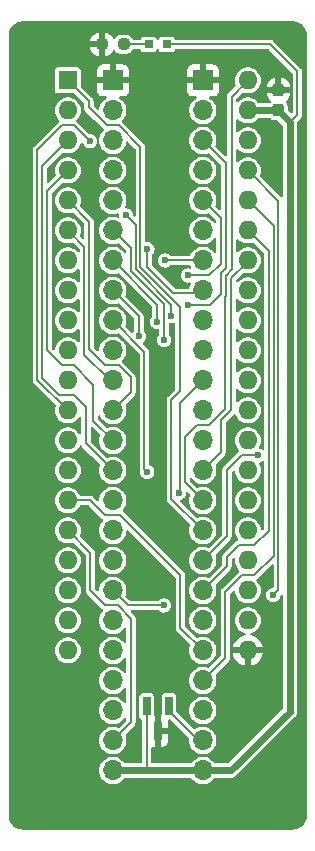
<source format=gbr>
G04 #@! TF.GenerationSoftware,KiCad,Pcbnew,7.0.11+dfsg-1build4*
G04 #@! TF.CreationDate,2024-12-04T19:58:54+09:00*
G04 #@! TF.ProjectId,bionic-scn2650,62696f6e-6963-42d7-9363-6e323635302e,3*
G04 #@! TF.SameCoordinates,Original*
G04 #@! TF.FileFunction,Copper,L1,Top*
G04 #@! TF.FilePolarity,Positive*
%FSLAX46Y46*%
G04 Gerber Fmt 4.6, Leading zero omitted, Abs format (unit mm)*
G04 Created by KiCad (PCBNEW 7.0.11+dfsg-1build4) date 2024-12-04 19:58:54*
%MOMM*%
%LPD*%
G01*
G04 APERTURE LIST*
G04 Aperture macros list*
%AMRoundRect*
0 Rectangle with rounded corners*
0 $1 Rounding radius*
0 $2 $3 $4 $5 $6 $7 $8 $9 X,Y pos of 4 corners*
0 Add a 4 corners polygon primitive as box body*
4,1,4,$2,$3,$4,$5,$6,$7,$8,$9,$2,$3,0*
0 Add four circle primitives for the rounded corners*
1,1,$1+$1,$2,$3*
1,1,$1+$1,$4,$5*
1,1,$1+$1,$6,$7*
1,1,$1+$1,$8,$9*
0 Add four rect primitives between the rounded corners*
20,1,$1+$1,$2,$3,$4,$5,0*
20,1,$1+$1,$4,$5,$6,$7,0*
20,1,$1+$1,$6,$7,$8,$9,0*
20,1,$1+$1,$8,$9,$2,$3,0*%
G04 Aperture macros list end*
G04 #@! TA.AperFunction,SMDPad,CuDef*
%ADD10R,0.762000X0.711200*%
G04 #@! TD*
G04 #@! TA.AperFunction,SMDPad,CuDef*
%ADD11RoundRect,0.237500X0.250000X0.237500X-0.250000X0.237500X-0.250000X-0.237500X0.250000X-0.237500X0*%
G04 #@! TD*
G04 #@! TA.AperFunction,SMDPad,CuDef*
%ADD12R,0.660400X1.625600*%
G04 #@! TD*
G04 #@! TA.AperFunction,ComponentPad*
%ADD13R,1.600000X1.600000*%
G04 #@! TD*
G04 #@! TA.AperFunction,ComponentPad*
%ADD14O,1.600000X1.600000*%
G04 #@! TD*
G04 #@! TA.AperFunction,SMDPad,CuDef*
%ADD15RoundRect,0.237500X0.237500X-0.300000X0.237500X0.300000X-0.237500X0.300000X-0.237500X-0.300000X0*%
G04 #@! TD*
G04 #@! TA.AperFunction,ComponentPad*
%ADD16R,1.700000X1.700000*%
G04 #@! TD*
G04 #@! TA.AperFunction,ComponentPad*
%ADD17O,1.700000X1.700000*%
G04 #@! TD*
G04 #@! TA.AperFunction,ViaPad*
%ADD18C,0.600000*%
G04 #@! TD*
G04 #@! TA.AperFunction,Conductor*
%ADD19C,0.200000*%
G04 #@! TD*
G04 #@! TA.AperFunction,Conductor*
%ADD20C,0.600000*%
G04 #@! TD*
G04 APERTURE END LIST*
D10*
X112925300Y-72032000D03*
X114474700Y-72032000D03*
D11*
X110802500Y-72032000D03*
X108977500Y-72032000D03*
D12*
X114650001Y-128066000D03*
X112749999Y-128066000D03*
X113700000Y-130198000D03*
D13*
X106080000Y-75080000D03*
D14*
X106080000Y-77620000D03*
X106080000Y-80160000D03*
X106080000Y-82700000D03*
X106080000Y-85240000D03*
X106080000Y-87780000D03*
X106080000Y-90320000D03*
X106080000Y-92860000D03*
X106080000Y-95400000D03*
X106080000Y-97940000D03*
X106080000Y-100480000D03*
X106080000Y-103020000D03*
X106080000Y-105560000D03*
X106080000Y-108100000D03*
X106080000Y-110640000D03*
X106080000Y-113180000D03*
X106080000Y-115720000D03*
X106080000Y-118260000D03*
X106080000Y-120800000D03*
X106080000Y-123340000D03*
X121320000Y-123340000D03*
X121320000Y-120800000D03*
X121320000Y-118260000D03*
X121320000Y-115720000D03*
X121320000Y-113180000D03*
X121320000Y-110640000D03*
X121320000Y-108100000D03*
X121320000Y-105560000D03*
X121320000Y-103020000D03*
X121320000Y-100480000D03*
X121320000Y-97940000D03*
X121320000Y-95400000D03*
X121320000Y-92860000D03*
X121320000Y-90320000D03*
X121320000Y-87780000D03*
X121320000Y-85240000D03*
X121320000Y-82700000D03*
X121320000Y-80160000D03*
X121320000Y-77620000D03*
X121320000Y-75080000D03*
D15*
X123910800Y-77618900D03*
X123910800Y-75893900D03*
D16*
X109890000Y-75080000D03*
D17*
X109890000Y-77620000D03*
X109890000Y-80160000D03*
X109890000Y-82700000D03*
X109890000Y-85240000D03*
X109890000Y-87780000D03*
X109890000Y-90320000D03*
X109890000Y-92860000D03*
X109890000Y-95400000D03*
X109890000Y-97940000D03*
X109890000Y-100480000D03*
X109890000Y-103020000D03*
X109890000Y-105560000D03*
X109890000Y-108100000D03*
X109890000Y-110640000D03*
X109890000Y-113180000D03*
X109890000Y-115720000D03*
X109890000Y-118260000D03*
X109890000Y-120800000D03*
X109890000Y-123340000D03*
X109890000Y-125880000D03*
X109890000Y-128420000D03*
X109890000Y-130960000D03*
X109890000Y-133500000D03*
X117510000Y-133500000D03*
X117510000Y-130960000D03*
X117510000Y-128420000D03*
X117510000Y-125880000D03*
X117510000Y-123340000D03*
X117510000Y-120800000D03*
X117510000Y-118260000D03*
X117510000Y-115720000D03*
X117510000Y-113180000D03*
X117510000Y-110640000D03*
X117510000Y-108100000D03*
X117510000Y-105560000D03*
X117510000Y-103020000D03*
X117510000Y-100480000D03*
X117510000Y-97940000D03*
X117510000Y-95400000D03*
X117510000Y-92860000D03*
X117510000Y-90320000D03*
X117510000Y-87780000D03*
X117510000Y-85240000D03*
X117510000Y-82700000D03*
X117510000Y-80160000D03*
X117510000Y-77620000D03*
D16*
X117510000Y-75080000D03*
D18*
X123860000Y-133881000D03*
X122336000Y-94130000D03*
X112811000Y-115339000D03*
X105826000Y-128547000D03*
X120685000Y-89050000D03*
X120050000Y-128420000D03*
X113700000Y-107084000D03*
X107858000Y-83462000D03*
X112811000Y-110640000D03*
X113700000Y-131976000D03*
X113446000Y-98194000D03*
X113700000Y-87780000D03*
X113700000Y-122705000D03*
X113827000Y-103528000D03*
X123987000Y-80033000D03*
X114716000Y-112164000D03*
X112814000Y-89366000D03*
X114208000Y-119530000D03*
X123479000Y-118641000D03*
X111007600Y-86510000D03*
X114843000Y-95019000D03*
X122209000Y-106830000D03*
X114335000Y-90320000D03*
X116240000Y-91590000D03*
X107934200Y-80236200D03*
X116240000Y-94079200D03*
X112811000Y-108227000D03*
X112092265Y-96753735D03*
X113643000Y-95527000D03*
X115478000Y-110005000D03*
X114243000Y-97051000D03*
D19*
X114650001Y-128066000D02*
X114650001Y-128481001D01*
X114650001Y-128481001D02*
X117129000Y-130960000D01*
X117129000Y-130960000D02*
X117510000Y-130960000D01*
X112749999Y-128066000D02*
X112749999Y-133434001D01*
X112749999Y-133434001D02*
X112684000Y-133500000D01*
X124876000Y-78636000D02*
X125511000Y-78001000D01*
X125511000Y-78001000D02*
X125511000Y-74318000D01*
X125511000Y-74318000D02*
X123225000Y-72032000D01*
X123225000Y-72032000D02*
X114462000Y-72032000D01*
D20*
X117510000Y-133500000D02*
X119923000Y-133500000D01*
X119923000Y-133500000D02*
X124876000Y-128547000D01*
X124876000Y-128547000D02*
X124876000Y-78636000D01*
X124876000Y-78636000D02*
X123860000Y-77620000D01*
X123860000Y-77620000D02*
X121320000Y-77620000D01*
D19*
X123898000Y-85278000D02*
X121320000Y-82700000D01*
X123898000Y-118222000D02*
X123898000Y-85278000D01*
X123479000Y-118641000D02*
X123898000Y-118222000D01*
X119415000Y-123975000D02*
X117510000Y-125880000D01*
X119415000Y-118387000D02*
X119415000Y-123975000D01*
X120812000Y-116990000D02*
X119415000Y-118387000D01*
X121828000Y-116990000D02*
X120812000Y-116990000D01*
X123498000Y-115320000D02*
X121828000Y-116990000D01*
X123498000Y-87418000D02*
X123498000Y-115320000D01*
X121320000Y-85240000D02*
X123498000Y-87418000D01*
X117510000Y-123340000D02*
X115605000Y-121435000D01*
X115605000Y-121435000D02*
X115605000Y-116990000D01*
X110525000Y-111910000D02*
X109255000Y-111910000D01*
X115605000Y-116990000D02*
X110525000Y-111910000D01*
X109255000Y-111910000D02*
X107985000Y-110640000D01*
X107985000Y-110640000D02*
X106080000Y-110640000D01*
X112811000Y-108227000D02*
X112557000Y-107973000D01*
X112557000Y-107973000D02*
X112557000Y-98067000D01*
X112557000Y-98067000D02*
X109890000Y-95400000D01*
X106080000Y-75080000D02*
X107858000Y-76858000D01*
X115570000Y-94233629D02*
X115570000Y-101404000D01*
X107858000Y-76858000D02*
X107858000Y-77366000D01*
X109382000Y-78890000D02*
X110398000Y-78890000D01*
X107858000Y-77366000D02*
X109382000Y-78890000D01*
X112303000Y-90955000D02*
X112303000Y-90966628D01*
X110398000Y-78890000D02*
X112214000Y-80706000D01*
X112303000Y-90966628D02*
X115570000Y-94233629D01*
X114843000Y-110513000D02*
X117510000Y-113180000D01*
X112214000Y-80706000D02*
X112214000Y-90866000D01*
X112214000Y-90866000D02*
X112303000Y-90955000D01*
X115570000Y-101404000D02*
X114843000Y-102131000D01*
X114843000Y-102131000D02*
X114843000Y-110513000D01*
X115478000Y-110005000D02*
X115586000Y-109897000D01*
X115586000Y-109897000D02*
X115586000Y-102404000D01*
X115586000Y-102404000D02*
X117510000Y-100480000D01*
X112814000Y-89366000D02*
X112814000Y-90911942D01*
X112814000Y-90911942D02*
X115016058Y-93114000D01*
X115016058Y-93114000D02*
X117256000Y-93114000D01*
X117256000Y-93114000D02*
X117510000Y-92860000D01*
X114335000Y-90320000D02*
X117510000Y-90320000D01*
D20*
X112684000Y-133500000D02*
X117510000Y-133500000D01*
X109890000Y-133500000D02*
X112684000Y-133500000D01*
D19*
X109890000Y-130960000D02*
X111414000Y-129436000D01*
X111414000Y-129436000D02*
X111414000Y-120647600D01*
X111414000Y-120647600D02*
X110296400Y-119530000D01*
X107985000Y-118260000D02*
X107985000Y-115085000D01*
X107985000Y-115085000D02*
X106080000Y-113180000D01*
X110296400Y-119530000D02*
X109255000Y-119530000D01*
X109255000Y-119530000D02*
X107985000Y-118260000D01*
X111160000Y-119530000D02*
X109890000Y-118260000D01*
X114208000Y-119530000D02*
X111160000Y-119530000D01*
X111814000Y-91043314D02*
X111814000Y-87316400D01*
X114843000Y-94072314D02*
X111814000Y-91043314D01*
X114843000Y-95019000D02*
X114843000Y-94072314D01*
X111814000Y-87316400D02*
X111007600Y-86510000D01*
X121853900Y-114450000D02*
X123098000Y-113205900D01*
X119542000Y-115466000D02*
X120558000Y-114450000D01*
X117510000Y-118260000D02*
X119542000Y-116228000D01*
X120558000Y-114450000D02*
X121853900Y-114450000D01*
X119542000Y-116228000D02*
X119542000Y-115466000D01*
X123098000Y-113205900D02*
X123098000Y-89558000D01*
X123098000Y-89558000D02*
X121320000Y-87780000D01*
X119542000Y-108100000D02*
X119542000Y-113688000D01*
X122209000Y-106830000D02*
X120812000Y-106830000D01*
X120812000Y-106830000D02*
X119542000Y-108100000D01*
X119542000Y-113688000D02*
X117510000Y-115720000D01*
X119034000Y-86764000D02*
X117510000Y-85240000D01*
X116240000Y-91590000D02*
X118068800Y-91590000D01*
X118068800Y-91590000D02*
X119034000Y-90624800D01*
X119034000Y-90624800D02*
X119034000Y-86764000D01*
X105572000Y-78890000D02*
X103502000Y-80960000D01*
X103502000Y-80960000D02*
X103502000Y-100442000D01*
X107934200Y-80236200D02*
X106588000Y-78890000D01*
X103502000Y-100442000D02*
X106080000Y-103020000D01*
X106588000Y-78890000D02*
X105572000Y-78890000D01*
X118119600Y-94079200D02*
X116240000Y-94079200D01*
X119034000Y-91386800D02*
X119034000Y-93164800D01*
X117510000Y-80160000D02*
X119434000Y-82084000D01*
X119034000Y-93164800D02*
X118119600Y-94079200D01*
X119434000Y-90986800D02*
X119034000Y-91386800D01*
X119434000Y-82084000D02*
X119434000Y-90986800D01*
X112092265Y-96753735D02*
X112092265Y-95062265D01*
X112092265Y-95062265D02*
X109890000Y-92860000D01*
X113643000Y-95527000D02*
X113643000Y-94073000D01*
X113643000Y-94073000D02*
X109890000Y-90320000D01*
X114243000Y-97051000D02*
X114243000Y-94038000D01*
X111414000Y-89304000D02*
X109890000Y-87780000D01*
X114243000Y-94038000D02*
X111414000Y-91209000D01*
X111414000Y-91209000D02*
X111414000Y-89304000D01*
X115986000Y-109116000D02*
X115986000Y-105306000D01*
X119434000Y-91596400D02*
X119948400Y-91082000D01*
X119948400Y-91082000D02*
X119948400Y-76451600D01*
X119415000Y-102893000D02*
X119415000Y-93349486D01*
X119434000Y-93330485D02*
X119434000Y-91596400D01*
X119948400Y-76451600D02*
X121320000Y-75080000D01*
X115986000Y-105306000D02*
X117002000Y-104290000D01*
X117002000Y-104290000D02*
X118018000Y-104290000D01*
X118018000Y-104290000D02*
X119415000Y-102893000D01*
X119415000Y-93349486D02*
X119434000Y-93330485D01*
X117510000Y-110640000D02*
X115986000Y-109116000D01*
X105375686Y-101750000D02*
X106603818Y-101750000D01*
X106603818Y-101750000D02*
X107604000Y-102750182D01*
X107604000Y-102750182D02*
X107604000Y-105814000D01*
X103902000Y-82338000D02*
X103902000Y-100276314D01*
X103902000Y-100276314D02*
X105375686Y-101750000D01*
X106080000Y-80160000D02*
X103902000Y-82338000D01*
X107604000Y-105814000D02*
X109890000Y-108100000D01*
X108239000Y-100861000D02*
X106588000Y-99210000D01*
X105572000Y-99210000D02*
X104302000Y-97940000D01*
X104302000Y-97940000D02*
X104302000Y-84478000D01*
X109890000Y-105560000D02*
X108239000Y-103909000D01*
X106588000Y-99210000D02*
X105572000Y-99210000D01*
X104302000Y-84478000D02*
X106080000Y-82700000D01*
X108239000Y-103909000D02*
X108239000Y-100861000D01*
X111414000Y-101496000D02*
X111414000Y-100226000D01*
X107877000Y-97832000D02*
X107877000Y-87037000D01*
X109890000Y-103020000D02*
X111414000Y-101496000D01*
X109255000Y-99210000D02*
X107877000Y-97832000D01*
X110398000Y-99210000D02*
X109255000Y-99210000D01*
X107877000Y-87037000D02*
X106080000Y-85240000D01*
X111414000Y-100226000D02*
X110398000Y-99210000D01*
X107477000Y-98321000D02*
X109636000Y-100480000D01*
X107477000Y-89177000D02*
X107477000Y-98321000D01*
X106080000Y-87780000D02*
X107477000Y-89177000D01*
X109636000Y-100480000D02*
X109890000Y-100480000D01*
X119923000Y-102950686D02*
X119923000Y-91844000D01*
X119923000Y-91844000D02*
X121320000Y-90447000D01*
X117510000Y-108100000D02*
X119034000Y-106576000D01*
X119034000Y-103839686D02*
X119923000Y-102950686D01*
X119034000Y-106576000D02*
X119034000Y-103839686D01*
X121320000Y-90447000D02*
X121320000Y-90320000D01*
X110802500Y-72032000D02*
X112912600Y-72032000D01*
G04 #@! TA.AperFunction,Conductor*
G36*
X123235833Y-78239407D02*
G01*
X123256525Y-78259680D01*
X123289300Y-78302900D01*
X123407142Y-78392262D01*
X123544723Y-78446517D01*
X123631182Y-78456900D01*
X123806657Y-78456900D01*
X123864848Y-78475807D01*
X123876661Y-78485896D01*
X124246504Y-78855739D01*
X124274281Y-78910256D01*
X124275500Y-78925743D01*
X124275500Y-84850099D01*
X124256593Y-84908290D01*
X124207093Y-84944254D01*
X124145907Y-84944254D01*
X124106496Y-84920103D01*
X122377336Y-83190943D01*
X122349559Y-83136426D01*
X122352118Y-83093848D01*
X122406397Y-82903083D01*
X122425215Y-82700000D01*
X122406397Y-82496917D01*
X122350582Y-82300750D01*
X122259673Y-82118179D01*
X122136764Y-81955421D01*
X121986041Y-81818019D01*
X121812637Y-81710652D01*
X121622456Y-81636976D01*
X121622455Y-81636975D01*
X121622453Y-81636975D01*
X121421976Y-81599500D01*
X121218024Y-81599500D01*
X121017546Y-81636975D01*
X120947632Y-81664059D01*
X120827363Y-81710652D01*
X120718676Y-81777948D01*
X120653959Y-81818019D01*
X120514596Y-81945065D01*
X120458854Y-81970295D01*
X120398929Y-81957943D01*
X120357709Y-81912726D01*
X120348900Y-81871903D01*
X120348900Y-80988096D01*
X120367807Y-80929905D01*
X120417307Y-80893941D01*
X120478493Y-80893941D01*
X120514592Y-80914932D01*
X120653959Y-81041981D01*
X120827363Y-81149348D01*
X121017544Y-81223024D01*
X121218024Y-81260500D01*
X121421976Y-81260500D01*
X121622456Y-81223024D01*
X121812637Y-81149348D01*
X121986041Y-81041981D01*
X122136764Y-80904579D01*
X122259673Y-80741821D01*
X122350582Y-80559250D01*
X122406397Y-80363083D01*
X122425215Y-80160000D01*
X122406397Y-79956917D01*
X122350582Y-79760750D01*
X122259673Y-79578179D01*
X122136764Y-79415421D01*
X121986041Y-79278019D01*
X121812637Y-79170652D01*
X121622456Y-79096976D01*
X121622455Y-79096975D01*
X121622453Y-79096975D01*
X121421976Y-79059500D01*
X121218024Y-79059500D01*
X121017546Y-79096975D01*
X120947632Y-79124059D01*
X120827363Y-79170652D01*
X120718676Y-79237948D01*
X120653959Y-79278019D01*
X120514596Y-79405065D01*
X120458854Y-79430295D01*
X120398929Y-79417943D01*
X120357709Y-79372726D01*
X120348900Y-79331903D01*
X120348900Y-78448096D01*
X120367807Y-78389905D01*
X120417307Y-78353941D01*
X120478493Y-78353941D01*
X120514592Y-78374932D01*
X120653959Y-78501981D01*
X120827363Y-78609348D01*
X121017544Y-78683024D01*
X121218024Y-78720500D01*
X121421976Y-78720500D01*
X121622456Y-78683024D01*
X121812637Y-78609348D01*
X121986041Y-78501981D01*
X122136764Y-78364579D01*
X122215860Y-78259837D01*
X122266016Y-78224796D01*
X122294863Y-78220500D01*
X123177642Y-78220500D01*
X123235833Y-78239407D01*
G37*
G04 #@! TD.AperFunction*
G04 #@! TA.AperFunction,Conductor*
G36*
X125133875Y-70075805D02*
G01*
X125309097Y-70089594D01*
X125324430Y-70092023D01*
X125491550Y-70132145D01*
X125506317Y-70136943D01*
X125665104Y-70202715D01*
X125678926Y-70209758D01*
X125825469Y-70299560D01*
X125838032Y-70308688D01*
X125968717Y-70420303D01*
X125979699Y-70431285D01*
X126091311Y-70561967D01*
X126100440Y-70574532D01*
X126190238Y-70721068D01*
X126197287Y-70734902D01*
X126263054Y-70893678D01*
X126267855Y-70908453D01*
X126307975Y-71075564D01*
X126310405Y-71090907D01*
X126324195Y-71266123D01*
X126324500Y-71273891D01*
X126324500Y-137306108D01*
X126324195Y-137313876D01*
X126310405Y-137489092D01*
X126307975Y-137504435D01*
X126267855Y-137671546D01*
X126263054Y-137686321D01*
X126197287Y-137845097D01*
X126190234Y-137858939D01*
X126100442Y-138005465D01*
X126091311Y-138018032D01*
X125979699Y-138148714D01*
X125968714Y-138159699D01*
X125838032Y-138271311D01*
X125825465Y-138280442D01*
X125678939Y-138370234D01*
X125665097Y-138377287D01*
X125506321Y-138443054D01*
X125491546Y-138447855D01*
X125324435Y-138487975D01*
X125309092Y-138490405D01*
X125149743Y-138502946D01*
X125133874Y-138504195D01*
X125126108Y-138504500D01*
X102273892Y-138504500D01*
X102266125Y-138504195D01*
X102247014Y-138502691D01*
X102090907Y-138490405D01*
X102075564Y-138487975D01*
X101908453Y-138447855D01*
X101893678Y-138443054D01*
X101734902Y-138377287D01*
X101721068Y-138370238D01*
X101574532Y-138280440D01*
X101561967Y-138271311D01*
X101462706Y-138186535D01*
X101431282Y-138159696D01*
X101420303Y-138148717D01*
X101308688Y-138018032D01*
X101299560Y-138005469D01*
X101209758Y-137858926D01*
X101202715Y-137845104D01*
X101136943Y-137686317D01*
X101132144Y-137671546D01*
X101092024Y-137504435D01*
X101089594Y-137489097D01*
X101075805Y-137313875D01*
X101075500Y-137306108D01*
X101075500Y-123340000D01*
X104974785Y-123340000D01*
X104993603Y-123543083D01*
X105049418Y-123739250D01*
X105140327Y-123921821D01*
X105263236Y-124084579D01*
X105413959Y-124221981D01*
X105587363Y-124329348D01*
X105777544Y-124403024D01*
X105978024Y-124440500D01*
X106181976Y-124440500D01*
X106382456Y-124403024D01*
X106572637Y-124329348D01*
X106746041Y-124221981D01*
X106896764Y-124084579D01*
X107019673Y-123921821D01*
X107110582Y-123739250D01*
X107166397Y-123543083D01*
X107185215Y-123340000D01*
X107166397Y-123136917D01*
X107110582Y-122940750D01*
X107019673Y-122758179D01*
X106896764Y-122595421D01*
X106746041Y-122458019D01*
X106572637Y-122350652D01*
X106382456Y-122276976D01*
X106382455Y-122276975D01*
X106382453Y-122276975D01*
X106181976Y-122239500D01*
X105978024Y-122239500D01*
X105777546Y-122276975D01*
X105737353Y-122292546D01*
X105587363Y-122350652D01*
X105478676Y-122417948D01*
X105413959Y-122458019D01*
X105263237Y-122595420D01*
X105140328Y-122758177D01*
X105140323Y-122758186D01*
X105058450Y-122922611D01*
X105049418Y-122940750D01*
X104993603Y-123136917D01*
X104974785Y-123340000D01*
X101075500Y-123340000D01*
X101075500Y-120800000D01*
X104974785Y-120800000D01*
X104993603Y-121003083D01*
X105049418Y-121199250D01*
X105140327Y-121381821D01*
X105263236Y-121544579D01*
X105413959Y-121681981D01*
X105587363Y-121789348D01*
X105777544Y-121863024D01*
X105978024Y-121900500D01*
X106181976Y-121900500D01*
X106382456Y-121863024D01*
X106572637Y-121789348D01*
X106746041Y-121681981D01*
X106896764Y-121544579D01*
X107019673Y-121381821D01*
X107110582Y-121199250D01*
X107166397Y-121003083D01*
X107185215Y-120800000D01*
X107166397Y-120596917D01*
X107110582Y-120400750D01*
X107019673Y-120218179D01*
X106896764Y-120055421D01*
X106746041Y-119918019D01*
X106572637Y-119810652D01*
X106382456Y-119736976D01*
X106382455Y-119736975D01*
X106382453Y-119736975D01*
X106181976Y-119699500D01*
X105978024Y-119699500D01*
X105777546Y-119736975D01*
X105707632Y-119764059D01*
X105587363Y-119810652D01*
X105417792Y-119915646D01*
X105413959Y-119918019D01*
X105263237Y-120055420D01*
X105140328Y-120218177D01*
X105140323Y-120218186D01*
X105056418Y-120386692D01*
X105049418Y-120400750D01*
X104993603Y-120596917D01*
X104974785Y-120800000D01*
X101075500Y-120800000D01*
X101075500Y-118260000D01*
X104974785Y-118260000D01*
X104993603Y-118463083D01*
X105049418Y-118659250D01*
X105140327Y-118841821D01*
X105263236Y-119004579D01*
X105413959Y-119141981D01*
X105587363Y-119249348D01*
X105777544Y-119323024D01*
X105978024Y-119360500D01*
X106181976Y-119360500D01*
X106382456Y-119323024D01*
X106572637Y-119249348D01*
X106746041Y-119141981D01*
X106896764Y-119004579D01*
X107019673Y-118841821D01*
X107110582Y-118659250D01*
X107166397Y-118463083D01*
X107185215Y-118260000D01*
X107166397Y-118056917D01*
X107110582Y-117860750D01*
X107019673Y-117678179D01*
X106896764Y-117515421D01*
X106746041Y-117378019D01*
X106572637Y-117270652D01*
X106382456Y-117196976D01*
X106382455Y-117196975D01*
X106382453Y-117196975D01*
X106181976Y-117159500D01*
X105978024Y-117159500D01*
X105777546Y-117196975D01*
X105737353Y-117212546D01*
X105587363Y-117270652D01*
X105478676Y-117337948D01*
X105413959Y-117378019D01*
X105263237Y-117515420D01*
X105140328Y-117678177D01*
X105140323Y-117678186D01*
X105058450Y-117842611D01*
X105049418Y-117860750D01*
X104993603Y-118056917D01*
X104974785Y-118260000D01*
X101075500Y-118260000D01*
X101075500Y-115720000D01*
X104974785Y-115720000D01*
X104993603Y-115923083D01*
X105049418Y-116119250D01*
X105140327Y-116301821D01*
X105263236Y-116464579D01*
X105413959Y-116601981D01*
X105587363Y-116709348D01*
X105777544Y-116783024D01*
X105978024Y-116820500D01*
X106181976Y-116820500D01*
X106382456Y-116783024D01*
X106572637Y-116709348D01*
X106746041Y-116601981D01*
X106896764Y-116464579D01*
X107019673Y-116301821D01*
X107110582Y-116119250D01*
X107166397Y-115923083D01*
X107185215Y-115720000D01*
X107166397Y-115516917D01*
X107110582Y-115320750D01*
X107019673Y-115138179D01*
X106896764Y-114975421D01*
X106746041Y-114838019D01*
X106572637Y-114730652D01*
X106382456Y-114656976D01*
X106382455Y-114656975D01*
X106382453Y-114656975D01*
X106181976Y-114619500D01*
X105978024Y-114619500D01*
X105777546Y-114656975D01*
X105737353Y-114672546D01*
X105587363Y-114730652D01*
X105478676Y-114797948D01*
X105413959Y-114838019D01*
X105263237Y-114975420D01*
X105140328Y-115138177D01*
X105140323Y-115138186D01*
X105049419Y-115320747D01*
X105049418Y-115320750D01*
X104993603Y-115516917D01*
X104974785Y-115720000D01*
X101075500Y-115720000D01*
X101075500Y-113180000D01*
X104974785Y-113180000D01*
X104993603Y-113383083D01*
X105049418Y-113579250D01*
X105140327Y-113761821D01*
X105263236Y-113924579D01*
X105413959Y-114061981D01*
X105587363Y-114169348D01*
X105777544Y-114243024D01*
X105978024Y-114280500D01*
X106181976Y-114280500D01*
X106382456Y-114243024D01*
X106462259Y-114212107D01*
X106523351Y-114208718D01*
X106568026Y-114234419D01*
X107555504Y-115221897D01*
X107583281Y-115276414D01*
X107584500Y-115291901D01*
X107584500Y-118323437D01*
X107591953Y-118346374D01*
X107595579Y-118361474D01*
X107599354Y-118385306D01*
X107610301Y-118406788D01*
X107616247Y-118421142D01*
X107623703Y-118444088D01*
X107623702Y-118444088D01*
X107637884Y-118463608D01*
X107645997Y-118476847D01*
X107656950Y-118498342D01*
X107656951Y-118498343D01*
X107677030Y-118518423D01*
X107677031Y-118518423D01*
X107679513Y-118520905D01*
X107679516Y-118520909D01*
X108926950Y-119768342D01*
X108926949Y-119768342D01*
X108991446Y-119832838D01*
X109016658Y-119858050D01*
X109016721Y-119858082D01*
X109016771Y-119858132D01*
X109022962Y-119862630D01*
X109022249Y-119863610D01*
X109059985Y-119901345D01*
X109069559Y-119961777D01*
X109041782Y-120016294D01*
X109038482Y-120019446D01*
X109036131Y-120021589D01*
X109036128Y-120021592D01*
X108907640Y-120191736D01*
X108907630Y-120191752D01*
X108812596Y-120382608D01*
X108754244Y-120587688D01*
X108754244Y-120587690D01*
X108734571Y-120800000D01*
X108754244Y-121012310D01*
X108812595Y-121217389D01*
X108907634Y-121408255D01*
X109036128Y-121578407D01*
X109080753Y-121619088D01*
X109193692Y-121722047D01*
X109193699Y-121722053D01*
X109297389Y-121786255D01*
X109374981Y-121834298D01*
X109573802Y-121911321D01*
X109783390Y-121950500D01*
X109996610Y-121950500D01*
X110206198Y-121911321D01*
X110405019Y-121834298D01*
X110586302Y-121722052D01*
X110743872Y-121578407D01*
X110835498Y-121457075D01*
X110885653Y-121422034D01*
X110946827Y-121423165D01*
X110995654Y-121460037D01*
X111013500Y-121516738D01*
X111013500Y-122623261D01*
X110994593Y-122681452D01*
X110945093Y-122717416D01*
X110883907Y-122717416D01*
X110835497Y-122682922D01*
X110743880Y-122561603D01*
X110743877Y-122561600D01*
X110743872Y-122561593D01*
X110677611Y-122501188D01*
X110586307Y-122417952D01*
X110586300Y-122417946D01*
X110405024Y-122305705D01*
X110405019Y-122305702D01*
X110319657Y-122272633D01*
X110206198Y-122228679D01*
X110206197Y-122228678D01*
X110206195Y-122228678D01*
X109996610Y-122189500D01*
X109783390Y-122189500D01*
X109573804Y-122228678D01*
X109374980Y-122305702D01*
X109374975Y-122305705D01*
X109193699Y-122417946D01*
X109193692Y-122417952D01*
X109036135Y-122561586D01*
X109036131Y-122561589D01*
X109036128Y-122561593D01*
X109036125Y-122561597D01*
X108907635Y-122731743D01*
X108907630Y-122731752D01*
X108812596Y-122922608D01*
X108754244Y-123127688D01*
X108754244Y-123127690D01*
X108734571Y-123340000D01*
X108754244Y-123552310D01*
X108812595Y-123757389D01*
X108907634Y-123948255D01*
X109036128Y-124118407D01*
X109080752Y-124159087D01*
X109193692Y-124262047D01*
X109193699Y-124262053D01*
X109297389Y-124326255D01*
X109374981Y-124374298D01*
X109573802Y-124451321D01*
X109783390Y-124490500D01*
X109996610Y-124490500D01*
X110206198Y-124451321D01*
X110405019Y-124374298D01*
X110586302Y-124262052D01*
X110743872Y-124118407D01*
X110835498Y-123997075D01*
X110885653Y-123962034D01*
X110946827Y-123963165D01*
X110995654Y-124000037D01*
X111013500Y-124056738D01*
X111013500Y-125163261D01*
X110994593Y-125221452D01*
X110945093Y-125257416D01*
X110883907Y-125257416D01*
X110835497Y-125222922D01*
X110743880Y-125101603D01*
X110743877Y-125101600D01*
X110743872Y-125101593D01*
X110689623Y-125052139D01*
X110586307Y-124957952D01*
X110586300Y-124957946D01*
X110405024Y-124845705D01*
X110405019Y-124845702D01*
X110325016Y-124814709D01*
X110206198Y-124768679D01*
X110206197Y-124768678D01*
X110206195Y-124768678D01*
X109996610Y-124729500D01*
X109783390Y-124729500D01*
X109573804Y-124768678D01*
X109374980Y-124845702D01*
X109374975Y-124845705D01*
X109193699Y-124957946D01*
X109193692Y-124957952D01*
X109036135Y-125101586D01*
X109036131Y-125101589D01*
X109036128Y-125101593D01*
X109036125Y-125101597D01*
X108907635Y-125271743D01*
X108907630Y-125271752D01*
X108812596Y-125462608D01*
X108754244Y-125667688D01*
X108754244Y-125667690D01*
X108734571Y-125880000D01*
X108754244Y-126092310D01*
X108812595Y-126297389D01*
X108907634Y-126488255D01*
X109036128Y-126658407D01*
X109036135Y-126658413D01*
X109193692Y-126802047D01*
X109193699Y-126802053D01*
X109297389Y-126866255D01*
X109374981Y-126914298D01*
X109573802Y-126991321D01*
X109783390Y-127030500D01*
X109996610Y-127030500D01*
X110206198Y-126991321D01*
X110405019Y-126914298D01*
X110586302Y-126802052D01*
X110743872Y-126658407D01*
X110835498Y-126537075D01*
X110885653Y-126502034D01*
X110946827Y-126503165D01*
X110995654Y-126540037D01*
X111013500Y-126596738D01*
X111013500Y-127703261D01*
X110994593Y-127761452D01*
X110945093Y-127797416D01*
X110883907Y-127797416D01*
X110835497Y-127762922D01*
X110743880Y-127641603D01*
X110743877Y-127641600D01*
X110743872Y-127641593D01*
X110689623Y-127592139D01*
X110586307Y-127497952D01*
X110586300Y-127497946D01*
X110405024Y-127385705D01*
X110405019Y-127385702D01*
X110206195Y-127308678D01*
X109996610Y-127269500D01*
X109783390Y-127269500D01*
X109573804Y-127308678D01*
X109374980Y-127385702D01*
X109374975Y-127385705D01*
X109193699Y-127497946D01*
X109193692Y-127497952D01*
X109036135Y-127641586D01*
X109036131Y-127641589D01*
X109036128Y-127641593D01*
X109036125Y-127641597D01*
X108907635Y-127811743D01*
X108907630Y-127811752D01*
X108812596Y-128002608D01*
X108754244Y-128207688D01*
X108754244Y-128207690D01*
X108734571Y-128420000D01*
X108754244Y-128632310D01*
X108812595Y-128837389D01*
X108907634Y-129028255D01*
X109036128Y-129198407D01*
X109036135Y-129198413D01*
X109193692Y-129342047D01*
X109193699Y-129342053D01*
X109297389Y-129406255D01*
X109374981Y-129454298D01*
X109573802Y-129531321D01*
X109783390Y-129570500D01*
X109996610Y-129570500D01*
X110206198Y-129531321D01*
X110405019Y-129454298D01*
X110586302Y-129342052D01*
X110743872Y-129198407D01*
X110835498Y-129077075D01*
X110885653Y-129042034D01*
X110946827Y-129043165D01*
X110995654Y-129080037D01*
X111013500Y-129136738D01*
X111013500Y-129229098D01*
X110994593Y-129287289D01*
X110984504Y-129299102D01*
X110416673Y-129866932D01*
X110362156Y-129894709D01*
X110310907Y-129889243D01*
X110206198Y-129848679D01*
X110206197Y-129848678D01*
X110206195Y-129848678D01*
X109996610Y-129809500D01*
X109783390Y-129809500D01*
X109573804Y-129848678D01*
X109374980Y-129925702D01*
X109374975Y-129925705D01*
X109193699Y-130037946D01*
X109193692Y-130037952D01*
X109036135Y-130181586D01*
X109036131Y-130181589D01*
X109036128Y-130181593D01*
X109036125Y-130181597D01*
X108907635Y-130351743D01*
X108907630Y-130351752D01*
X108812596Y-130542608D01*
X108754244Y-130747688D01*
X108747925Y-130815882D01*
X108734571Y-130960000D01*
X108754244Y-131172310D01*
X108812595Y-131377389D01*
X108907634Y-131568255D01*
X109036128Y-131738407D01*
X109036135Y-131738413D01*
X109193692Y-131882047D01*
X109193699Y-131882053D01*
X109297389Y-131946255D01*
X109374981Y-131994298D01*
X109573802Y-132071321D01*
X109783390Y-132110500D01*
X109996610Y-132110500D01*
X110206198Y-132071321D01*
X110405019Y-131994298D01*
X110586302Y-131882052D01*
X110743872Y-131738407D01*
X110872366Y-131568255D01*
X110967405Y-131377389D01*
X111025756Y-131172310D01*
X111045429Y-130960000D01*
X111025756Y-130747690D01*
X110967405Y-130542611D01*
X110967401Y-130542604D01*
X110965752Y-130538344D01*
X110967132Y-130537809D01*
X110959019Y-130483364D01*
X110986648Y-130429743D01*
X111719483Y-129696909D01*
X111742050Y-129674342D01*
X111753002Y-129652843D01*
X111761115Y-129639605D01*
X111775296Y-129620090D01*
X111782751Y-129597144D01*
X111788695Y-129582795D01*
X111794960Y-129570500D01*
X111799646Y-129561304D01*
X111803419Y-129537473D01*
X111807048Y-129522364D01*
X111814498Y-129499435D01*
X111814499Y-129499434D01*
X111814499Y-129471621D01*
X111814500Y-129471596D01*
X111814500Y-120584169D01*
X111814500Y-120584167D01*
X111807042Y-120561213D01*
X111803418Y-120546114D01*
X111799646Y-120522299D01*
X111799646Y-120522296D01*
X111799644Y-120522293D01*
X111799644Y-120522291D01*
X111788694Y-120500801D01*
X111782749Y-120486451D01*
X111775296Y-120463510D01*
X111761115Y-120443991D01*
X111752998Y-120430745D01*
X111742050Y-120409258D01*
X111733539Y-120400747D01*
X111719485Y-120386692D01*
X111719485Y-120386691D01*
X111432297Y-120099503D01*
X111404520Y-120044987D01*
X111414091Y-119984555D01*
X111457356Y-119941290D01*
X111502301Y-119930500D01*
X113710929Y-119930500D01*
X113769120Y-119949407D01*
X113777687Y-119956723D01*
X113779716Y-119958280D01*
X113779718Y-119958282D01*
X113905159Y-120054536D01*
X113905160Y-120054536D01*
X113905161Y-120054537D01*
X114013719Y-120099503D01*
X114051238Y-120115044D01*
X114168809Y-120130522D01*
X114207999Y-120135682D01*
X114208000Y-120135682D01*
X114208001Y-120135682D01*
X114239352Y-120131554D01*
X114364762Y-120115044D01*
X114510841Y-120054536D01*
X114636282Y-119958282D01*
X114732536Y-119832841D01*
X114793044Y-119686762D01*
X114813682Y-119530000D01*
X114793044Y-119373238D01*
X114732537Y-119227161D01*
X114732537Y-119227160D01*
X114636284Y-119101721D01*
X114636282Y-119101718D01*
X114636277Y-119101714D01*
X114636276Y-119101713D01*
X114510838Y-119005462D01*
X114364766Y-118944957D01*
X114364758Y-118944955D01*
X114208001Y-118924318D01*
X114207999Y-118924318D01*
X114051241Y-118944955D01*
X114051233Y-118944957D01*
X113905161Y-119005462D01*
X113905160Y-119005462D01*
X113774570Y-119105668D01*
X113773509Y-119104286D01*
X113726416Y-119128281D01*
X113710929Y-119129500D01*
X111366899Y-119129500D01*
X111308708Y-119110593D01*
X111296895Y-119100503D01*
X110986650Y-118790257D01*
X110958873Y-118735741D01*
X110967108Y-118682181D01*
X110965752Y-118681656D01*
X110967400Y-118677398D01*
X110967405Y-118677389D01*
X111025756Y-118472310D01*
X111045429Y-118260000D01*
X111025756Y-118047690D01*
X110967405Y-117842611D01*
X110872366Y-117651745D01*
X110743872Y-117481593D01*
X110659184Y-117404389D01*
X110586307Y-117337952D01*
X110586300Y-117337946D01*
X110405024Y-117225705D01*
X110405019Y-117225702D01*
X110325016Y-117194709D01*
X110206198Y-117148679D01*
X110206197Y-117148678D01*
X110206195Y-117148678D01*
X109996610Y-117109500D01*
X109783390Y-117109500D01*
X109573804Y-117148678D01*
X109374980Y-117225702D01*
X109374975Y-117225705D01*
X109193699Y-117337946D01*
X109193692Y-117337952D01*
X109036135Y-117481586D01*
X109036131Y-117481589D01*
X109036128Y-117481593D01*
X109036125Y-117481597D01*
X108907635Y-117651743D01*
X108907630Y-117651752D01*
X108812596Y-117842608D01*
X108754244Y-118047688D01*
X108738495Y-118217651D01*
X108714299Y-118273849D01*
X108661691Y-118305092D01*
X108600767Y-118299446D01*
X108569913Y-118278520D01*
X108414496Y-118123103D01*
X108386719Y-118068586D01*
X108385500Y-118053099D01*
X108385500Y-115720000D01*
X108734571Y-115720000D01*
X108754244Y-115932310D01*
X108812595Y-116137389D01*
X108907634Y-116328255D01*
X109036128Y-116498407D01*
X109106734Y-116562773D01*
X109193692Y-116642047D01*
X109193699Y-116642053D01*
X109202435Y-116647462D01*
X109374981Y-116754298D01*
X109573802Y-116831321D01*
X109783390Y-116870500D01*
X109996610Y-116870500D01*
X110206198Y-116831321D01*
X110405019Y-116754298D01*
X110586302Y-116642052D01*
X110743872Y-116498407D01*
X110872366Y-116328255D01*
X110967405Y-116137389D01*
X111025756Y-115932310D01*
X111045429Y-115720000D01*
X111025756Y-115507690D01*
X110967405Y-115302611D01*
X110872366Y-115111745D01*
X110743872Y-114941593D01*
X110639732Y-114846656D01*
X110586307Y-114797952D01*
X110586300Y-114797946D01*
X110405024Y-114685705D01*
X110405019Y-114685702D01*
X110325016Y-114654709D01*
X110206198Y-114608679D01*
X110206197Y-114608678D01*
X110206195Y-114608678D01*
X109996610Y-114569500D01*
X109783390Y-114569500D01*
X109573804Y-114608678D01*
X109374980Y-114685702D01*
X109374975Y-114685705D01*
X109193699Y-114797946D01*
X109193692Y-114797952D01*
X109036135Y-114941586D01*
X109036131Y-114941589D01*
X109036128Y-114941593D01*
X109036125Y-114941597D01*
X108907635Y-115111743D01*
X108907630Y-115111752D01*
X108812596Y-115302608D01*
X108812595Y-115302611D01*
X108809849Y-115312261D01*
X108754244Y-115507688D01*
X108742735Y-115631893D01*
X108734571Y-115720000D01*
X108385500Y-115720000D01*
X108385500Y-115021569D01*
X108385500Y-115021567D01*
X108378041Y-114998611D01*
X108374421Y-114983534D01*
X108370646Y-114959696D01*
X108359693Y-114938201D01*
X108353752Y-114923861D01*
X108346296Y-114900911D01*
X108346294Y-114900908D01*
X108332112Y-114881386D01*
X108323997Y-114868143D01*
X108313050Y-114846658D01*
X108304411Y-114838019D01*
X108290486Y-114824093D01*
X108290486Y-114824094D01*
X108290484Y-114824091D01*
X107137336Y-113670943D01*
X107109559Y-113616426D01*
X107112118Y-113573848D01*
X107166397Y-113383083D01*
X107185215Y-113180000D01*
X107166397Y-112976917D01*
X107110582Y-112780750D01*
X107019673Y-112598179D01*
X106896764Y-112435421D01*
X106746041Y-112298019D01*
X106572637Y-112190652D01*
X106382456Y-112116976D01*
X106382455Y-112116975D01*
X106382453Y-112116975D01*
X106181976Y-112079500D01*
X105978024Y-112079500D01*
X105777546Y-112116975D01*
X105737353Y-112132546D01*
X105587363Y-112190652D01*
X105417792Y-112295646D01*
X105413959Y-112298019D01*
X105263237Y-112435420D01*
X105140328Y-112598177D01*
X105140323Y-112598186D01*
X105058450Y-112762611D01*
X105049418Y-112780750D01*
X104993603Y-112976917D01*
X104974785Y-113180000D01*
X101075500Y-113180000D01*
X101075500Y-110640000D01*
X104974785Y-110640000D01*
X104993603Y-110843083D01*
X105049418Y-111039250D01*
X105140327Y-111221821D01*
X105263236Y-111384579D01*
X105413959Y-111521981D01*
X105587363Y-111629348D01*
X105777544Y-111703024D01*
X105978024Y-111740500D01*
X106181976Y-111740500D01*
X106382456Y-111703024D01*
X106572637Y-111629348D01*
X106746041Y-111521981D01*
X106896764Y-111384579D01*
X107019673Y-111221821D01*
X107082637Y-111095371D01*
X107125500Y-111051709D01*
X107171258Y-111040500D01*
X107778099Y-111040500D01*
X107836290Y-111059407D01*
X107848103Y-111069496D01*
X108926950Y-112148342D01*
X108926949Y-112148342D01*
X109016656Y-112238048D01*
X109016658Y-112238050D01*
X109016721Y-112238082D01*
X109016771Y-112238132D01*
X109022962Y-112242630D01*
X109022249Y-112243610D01*
X109059985Y-112281345D01*
X109069559Y-112341777D01*
X109041782Y-112396294D01*
X109038482Y-112399446D01*
X109036131Y-112401589D01*
X109036128Y-112401592D01*
X108907640Y-112571736D01*
X108907630Y-112571752D01*
X108812596Y-112762608D01*
X108754244Y-112967688D01*
X108754244Y-112967690D01*
X108734571Y-113180000D01*
X108754244Y-113392310D01*
X108812595Y-113597389D01*
X108907634Y-113788255D01*
X109036128Y-113958407D01*
X109036135Y-113958413D01*
X109193692Y-114102047D01*
X109193699Y-114102053D01*
X109297389Y-114166255D01*
X109374981Y-114214298D01*
X109573802Y-114291321D01*
X109783390Y-114330500D01*
X109996610Y-114330500D01*
X110206198Y-114291321D01*
X110405019Y-114214298D01*
X110586302Y-114102052D01*
X110743872Y-113958407D01*
X110872366Y-113788255D01*
X110967405Y-113597389D01*
X111025756Y-113392310D01*
X111041505Y-113222346D01*
X111065700Y-113166151D01*
X111118307Y-113134907D01*
X111179231Y-113140553D01*
X111210086Y-113161479D01*
X115175504Y-117126897D01*
X115203281Y-117181414D01*
X115204500Y-117196901D01*
X115204500Y-121498437D01*
X115211953Y-121521374D01*
X115215579Y-121536474D01*
X115219354Y-121560306D01*
X115228218Y-121577701D01*
X115228575Y-121578402D01*
X115230301Y-121581788D01*
X115236247Y-121596142D01*
X115243703Y-121619088D01*
X115243702Y-121619088D01*
X115257884Y-121638608D01*
X115265997Y-121651847D01*
X115276950Y-121673342D01*
X115276951Y-121673343D01*
X115297030Y-121693423D01*
X115297031Y-121693423D01*
X115299513Y-121695905D01*
X115299516Y-121695909D01*
X115872850Y-122269243D01*
X116413348Y-122809741D01*
X116441125Y-122864258D01*
X116432904Y-122917818D01*
X116434249Y-122918339D01*
X116432598Y-122922598D01*
X116374244Y-123127688D01*
X116374244Y-123127690D01*
X116354571Y-123340000D01*
X116374244Y-123552310D01*
X116432595Y-123757389D01*
X116527634Y-123948255D01*
X116656128Y-124118407D01*
X116700752Y-124159087D01*
X116813692Y-124262047D01*
X116813699Y-124262053D01*
X116917389Y-124326255D01*
X116994981Y-124374298D01*
X117193802Y-124451321D01*
X117403390Y-124490500D01*
X117616610Y-124490500D01*
X117826198Y-124451321D01*
X118025019Y-124374298D01*
X118206302Y-124262052D01*
X118363872Y-124118407D01*
X118492366Y-123948255D01*
X118587405Y-123757389D01*
X118645756Y-123552310D01*
X118665429Y-123340000D01*
X118645756Y-123127690D01*
X118587405Y-122922611D01*
X118492366Y-122731745D01*
X118363872Y-122561593D01*
X118297611Y-122501188D01*
X118206307Y-122417952D01*
X118206300Y-122417946D01*
X118025024Y-122305705D01*
X118025019Y-122305702D01*
X117939657Y-122272633D01*
X117826198Y-122228679D01*
X117826197Y-122228678D01*
X117826195Y-122228678D01*
X117616610Y-122189500D01*
X117403390Y-122189500D01*
X117193802Y-122228678D01*
X117089091Y-122269243D01*
X117028000Y-122272633D01*
X116983325Y-122246932D01*
X116034496Y-121298103D01*
X116006719Y-121243586D01*
X116005500Y-121228099D01*
X116005500Y-120800000D01*
X116354571Y-120800000D01*
X116374244Y-121012310D01*
X116432595Y-121217389D01*
X116527634Y-121408255D01*
X116656128Y-121578407D01*
X116700753Y-121619088D01*
X116813692Y-121722047D01*
X116813699Y-121722053D01*
X116917389Y-121786255D01*
X116994981Y-121834298D01*
X117193802Y-121911321D01*
X117403390Y-121950500D01*
X117616610Y-121950500D01*
X117826198Y-121911321D01*
X118025019Y-121834298D01*
X118206302Y-121722052D01*
X118363872Y-121578407D01*
X118492366Y-121408255D01*
X118587405Y-121217389D01*
X118645756Y-121012310D01*
X118665429Y-120800000D01*
X118645756Y-120587690D01*
X118587405Y-120382611D01*
X118492366Y-120191745D01*
X118363872Y-120021593D01*
X118294417Y-119958276D01*
X118206307Y-119877952D01*
X118206300Y-119877946D01*
X118025024Y-119765705D01*
X118025019Y-119765702D01*
X117826195Y-119688678D01*
X117616610Y-119649500D01*
X117403390Y-119649500D01*
X117193804Y-119688678D01*
X116994980Y-119765702D01*
X116994975Y-119765705D01*
X116813699Y-119877946D01*
X116813692Y-119877952D01*
X116656135Y-120021586D01*
X116656131Y-120021589D01*
X116656128Y-120021593D01*
X116656125Y-120021597D01*
X116527635Y-120191743D01*
X116527630Y-120191752D01*
X116432596Y-120382608D01*
X116374244Y-120587688D01*
X116374244Y-120587690D01*
X116354571Y-120800000D01*
X116005500Y-120800000D01*
X116005500Y-116926569D01*
X116005500Y-116926567D01*
X115998042Y-116903613D01*
X115994418Y-116888514D01*
X115990646Y-116864699D01*
X115990646Y-116864696D01*
X115990644Y-116864693D01*
X115990644Y-116864691D01*
X115979694Y-116843201D01*
X115973749Y-116828851D01*
X115966296Y-116805910D01*
X115952115Y-116786391D01*
X115943998Y-116773145D01*
X115934395Y-116754298D01*
X115933050Y-116751658D01*
X115933048Y-116751656D01*
X115910486Y-116729093D01*
X115910486Y-116729094D01*
X115910484Y-116729091D01*
X110785909Y-111604516D01*
X110785905Y-111604513D01*
X110783423Y-111602031D01*
X110783423Y-111602030D01*
X110763343Y-111581951D01*
X110763337Y-111581946D01*
X110763269Y-111581912D01*
X110763214Y-111581857D01*
X110757038Y-111577370D01*
X110757749Y-111576391D01*
X110720008Y-111538644D01*
X110710441Y-111478211D01*
X110738223Y-111423697D01*
X110741475Y-111420591D01*
X110743872Y-111418407D01*
X110872366Y-111248255D01*
X110967405Y-111057389D01*
X111025756Y-110852310D01*
X111045429Y-110640000D01*
X111025756Y-110427690D01*
X110967405Y-110222611D01*
X110872366Y-110031745D01*
X110743872Y-109861593D01*
X110689623Y-109812139D01*
X110586307Y-109717952D01*
X110586300Y-109717946D01*
X110405024Y-109605705D01*
X110405019Y-109605702D01*
X110319657Y-109572633D01*
X110206198Y-109528679D01*
X110206197Y-109528678D01*
X110206195Y-109528678D01*
X109996610Y-109489500D01*
X109783390Y-109489500D01*
X109573804Y-109528678D01*
X109374980Y-109605702D01*
X109374975Y-109605705D01*
X109193699Y-109717946D01*
X109193692Y-109717952D01*
X109036135Y-109861586D01*
X109036131Y-109861589D01*
X109036128Y-109861593D01*
X109036125Y-109861597D01*
X108907635Y-110031743D01*
X108907630Y-110031752D01*
X108812596Y-110222608D01*
X108754244Y-110427688D01*
X108738495Y-110597651D01*
X108714299Y-110653849D01*
X108661691Y-110685092D01*
X108600767Y-110679446D01*
X108569914Y-110658520D01*
X108243425Y-110332032D01*
X108243424Y-110332032D01*
X108243423Y-110332031D01*
X108243423Y-110332030D01*
X108223343Y-110311951D01*
X108223342Y-110311950D01*
X108201847Y-110300997D01*
X108188608Y-110292884D01*
X108182581Y-110288505D01*
X108169090Y-110278704D01*
X108169088Y-110278703D01*
X108146142Y-110271247D01*
X108131788Y-110265301D01*
X108110306Y-110254354D01*
X108086474Y-110250579D01*
X108071374Y-110246953D01*
X108048437Y-110239500D01*
X108048433Y-110239500D01*
X108016519Y-110239500D01*
X107171258Y-110239500D01*
X107113067Y-110220593D01*
X107082637Y-110184628D01*
X107070428Y-110160109D01*
X107019673Y-110058179D01*
X106896764Y-109895421D01*
X106746041Y-109758019D01*
X106572637Y-109650652D01*
X106382456Y-109576976D01*
X106382455Y-109576975D01*
X106382453Y-109576975D01*
X106181976Y-109539500D01*
X105978024Y-109539500D01*
X105777546Y-109576975D01*
X105737353Y-109592546D01*
X105587363Y-109650652D01*
X105478676Y-109717948D01*
X105413959Y-109758019D01*
X105263237Y-109895420D01*
X105140328Y-110058177D01*
X105140323Y-110058186D01*
X105058450Y-110222611D01*
X105049418Y-110240750D01*
X104993603Y-110436917D01*
X104974785Y-110640000D01*
X101075500Y-110640000D01*
X101075500Y-108100000D01*
X104974785Y-108100000D01*
X104993603Y-108303083D01*
X105049418Y-108499250D01*
X105140327Y-108681821D01*
X105263236Y-108844579D01*
X105413959Y-108981981D01*
X105587363Y-109089348D01*
X105777544Y-109163024D01*
X105978024Y-109200500D01*
X106181976Y-109200500D01*
X106382456Y-109163024D01*
X106572637Y-109089348D01*
X106746041Y-108981981D01*
X106896764Y-108844579D01*
X107019673Y-108681821D01*
X107110582Y-108499250D01*
X107166397Y-108303083D01*
X107185215Y-108100000D01*
X107166397Y-107896917D01*
X107110582Y-107700750D01*
X107019673Y-107518179D01*
X106896764Y-107355421D01*
X106746041Y-107218019D01*
X106572637Y-107110652D01*
X106382456Y-107036976D01*
X106382455Y-107036975D01*
X106382453Y-107036975D01*
X106181976Y-106999500D01*
X105978024Y-106999500D01*
X105777546Y-107036975D01*
X105737353Y-107052546D01*
X105587363Y-107110652D01*
X105413959Y-107218019D01*
X105263236Y-107355421D01*
X105242212Y-107383261D01*
X105140328Y-107518177D01*
X105140323Y-107518186D01*
X105058450Y-107682611D01*
X105049418Y-107700750D01*
X104993603Y-107896917D01*
X104974785Y-108100000D01*
X101075500Y-108100000D01*
X101075500Y-100505437D01*
X103101500Y-100505437D01*
X103108953Y-100528374D01*
X103112579Y-100543474D01*
X103116354Y-100567306D01*
X103127301Y-100588788D01*
X103133247Y-100603142D01*
X103140703Y-100626088D01*
X103140702Y-100626088D01*
X103154884Y-100645608D01*
X103162997Y-100658847D01*
X103173950Y-100680342D01*
X103173951Y-100680343D01*
X103194030Y-100700423D01*
X103194031Y-100700423D01*
X103196513Y-100702905D01*
X103196516Y-100702909D01*
X104114910Y-101621303D01*
X105022663Y-102529056D01*
X105050440Y-102583573D01*
X105047880Y-102626152D01*
X104993603Y-102816915D01*
X104993603Y-102816917D01*
X104974785Y-103020000D01*
X104993603Y-103223083D01*
X105049418Y-103419250D01*
X105140327Y-103601821D01*
X105263236Y-103764579D01*
X105413959Y-103901981D01*
X105587363Y-104009348D01*
X105777544Y-104083024D01*
X105978024Y-104120500D01*
X106181976Y-104120500D01*
X106382456Y-104083024D01*
X106572637Y-104009348D01*
X106746041Y-103901981D01*
X106896764Y-103764579D01*
X107019673Y-103601821D01*
X107019682Y-103601801D01*
X107020324Y-103600768D01*
X107020721Y-103600431D01*
X107022431Y-103598168D01*
X107022941Y-103598553D01*
X107067030Y-103561243D01*
X107128048Y-103556719D01*
X107180071Y-103588925D01*
X107203229Y-103645559D01*
X107203500Y-103652878D01*
X107203500Y-104927121D01*
X107184593Y-104985312D01*
X107135093Y-105021276D01*
X107073907Y-105021276D01*
X107024407Y-104985312D01*
X107020329Y-104979239D01*
X107019676Y-104978186D01*
X107019673Y-104978179D01*
X106896764Y-104815421D01*
X106746041Y-104678019D01*
X106572637Y-104570652D01*
X106382456Y-104496976D01*
X106382455Y-104496975D01*
X106382453Y-104496975D01*
X106181976Y-104459500D01*
X105978024Y-104459500D01*
X105777546Y-104496975D01*
X105737353Y-104512546D01*
X105587363Y-104570652D01*
X105413959Y-104678019D01*
X105263237Y-104815420D01*
X105140328Y-104978177D01*
X105140323Y-104978186D01*
X105058450Y-105142611D01*
X105049418Y-105160750D01*
X104993603Y-105356917D01*
X104974785Y-105560000D01*
X104993603Y-105763083D01*
X105049418Y-105959250D01*
X105140327Y-106141821D01*
X105263236Y-106304579D01*
X105413959Y-106441981D01*
X105587363Y-106549348D01*
X105777544Y-106623024D01*
X105978024Y-106660500D01*
X106181976Y-106660500D01*
X106382456Y-106623024D01*
X106572637Y-106549348D01*
X106746041Y-106441981D01*
X106896764Y-106304579D01*
X107019673Y-106141821D01*
X107080072Y-106020521D01*
X107122933Y-105976861D01*
X107183274Y-105966731D01*
X107238045Y-105994003D01*
X107248785Y-106006460D01*
X107256883Y-106017606D01*
X107264997Y-106030847D01*
X107275950Y-106052342D01*
X107275951Y-106052343D01*
X107296030Y-106072423D01*
X107296031Y-106072423D01*
X107298513Y-106074905D01*
X107298516Y-106074909D01*
X108060516Y-106836909D01*
X108793348Y-107569741D01*
X108821125Y-107624258D01*
X108812904Y-107677818D01*
X108814249Y-107678339D01*
X108812598Y-107682598D01*
X108754244Y-107887688D01*
X108734571Y-108100000D01*
X108739366Y-108151753D01*
X108754244Y-108312310D01*
X108812595Y-108517389D01*
X108907634Y-108708255D01*
X109036128Y-108878407D01*
X109086784Y-108924586D01*
X109193692Y-109022047D01*
X109193699Y-109022053D01*
X109297389Y-109086255D01*
X109374981Y-109134298D01*
X109573802Y-109211321D01*
X109783390Y-109250500D01*
X109996610Y-109250500D01*
X110206198Y-109211321D01*
X110405019Y-109134298D01*
X110586302Y-109022052D01*
X110743872Y-108878407D01*
X110872366Y-108708255D01*
X110967405Y-108517389D01*
X111025756Y-108312310D01*
X111045429Y-108100000D01*
X111025756Y-107887690D01*
X110967405Y-107682611D01*
X110872366Y-107491745D01*
X110743872Y-107321593D01*
X110674424Y-107258282D01*
X110586307Y-107177952D01*
X110586300Y-107177946D01*
X110405024Y-107065705D01*
X110405019Y-107065702D01*
X110319657Y-107032633D01*
X110206198Y-106988679D01*
X110206197Y-106988678D01*
X110206195Y-106988678D01*
X109996610Y-106949500D01*
X109783390Y-106949500D01*
X109573802Y-106988678D01*
X109469091Y-107029243D01*
X109408000Y-107032633D01*
X109363325Y-107006932D01*
X108033496Y-105677103D01*
X108005719Y-105622586D01*
X108004500Y-105607099D01*
X108004500Y-104479901D01*
X108023407Y-104421710D01*
X108072907Y-104385746D01*
X108134093Y-104385746D01*
X108173504Y-104409897D01*
X108793348Y-105029741D01*
X108821125Y-105084258D01*
X108812904Y-105137818D01*
X108814249Y-105138339D01*
X108812598Y-105142598D01*
X108754244Y-105347688D01*
X108754244Y-105347690D01*
X108734571Y-105560000D01*
X108754244Y-105772310D01*
X108812595Y-105977389D01*
X108907634Y-106168255D01*
X109036128Y-106338407D01*
X109069794Y-106369098D01*
X109193692Y-106482047D01*
X109193699Y-106482053D01*
X109202435Y-106487462D01*
X109374981Y-106594298D01*
X109573802Y-106671321D01*
X109783390Y-106710500D01*
X109996610Y-106710500D01*
X110206198Y-106671321D01*
X110405019Y-106594298D01*
X110586302Y-106482052D01*
X110743872Y-106338407D01*
X110872366Y-106168255D01*
X110967405Y-105977389D01*
X111025756Y-105772310D01*
X111045429Y-105560000D01*
X111025756Y-105347690D01*
X110967405Y-105142611D01*
X110872366Y-104951745D01*
X110743872Y-104781593D01*
X110678693Y-104722174D01*
X110586307Y-104637952D01*
X110586300Y-104637946D01*
X110405024Y-104525705D01*
X110405019Y-104525702D01*
X110319657Y-104492633D01*
X110206198Y-104448679D01*
X110206197Y-104448678D01*
X110206195Y-104448678D01*
X109996610Y-104409500D01*
X109783390Y-104409500D01*
X109573802Y-104448678D01*
X109469091Y-104489243D01*
X109408000Y-104492633D01*
X109363325Y-104466932D01*
X108668496Y-103772103D01*
X108640719Y-103717586D01*
X108639500Y-103702099D01*
X108639500Y-103510689D01*
X108658407Y-103452498D01*
X108707907Y-103416534D01*
X108769093Y-103416534D01*
X108818593Y-103452498D01*
X108827121Y-103466561D01*
X108907630Y-103628248D01*
X108907632Y-103628252D01*
X108907634Y-103628255D01*
X109036128Y-103798407D01*
X109036135Y-103798413D01*
X109193692Y-103942047D01*
X109193699Y-103942053D01*
X109268544Y-103988395D01*
X109374981Y-104054298D01*
X109573802Y-104131321D01*
X109783390Y-104170500D01*
X109996610Y-104170500D01*
X110206198Y-104131321D01*
X110405019Y-104054298D01*
X110586302Y-103942052D01*
X110743872Y-103798407D01*
X110872366Y-103628255D01*
X110967405Y-103437389D01*
X111025756Y-103232310D01*
X111045429Y-103020000D01*
X111025756Y-102807690D01*
X110967405Y-102602611D01*
X110967401Y-102602604D01*
X110965752Y-102598344D01*
X110967132Y-102597809D01*
X110959019Y-102543364D01*
X110986648Y-102489743D01*
X111719483Y-101756909D01*
X111742050Y-101734342D01*
X111753002Y-101712843D01*
X111761115Y-101699605D01*
X111775296Y-101680090D01*
X111782751Y-101657144D01*
X111788695Y-101642795D01*
X111794960Y-101630500D01*
X111799646Y-101621304D01*
X111803419Y-101597473D01*
X111807048Y-101582364D01*
X111814498Y-101559435D01*
X111814499Y-101559434D01*
X111814499Y-101531621D01*
X111814500Y-101531596D01*
X111814500Y-100162569D01*
X111814500Y-100162567D01*
X111807042Y-100139613D01*
X111803418Y-100124514D01*
X111799646Y-100100699D01*
X111799646Y-100100696D01*
X111799644Y-100100693D01*
X111799644Y-100100691D01*
X111788694Y-100079201D01*
X111782749Y-100064851D01*
X111775296Y-100041910D01*
X111761115Y-100022391D01*
X111752998Y-100009145D01*
X111742050Y-99987658D01*
X111742048Y-99987656D01*
X111719486Y-99965093D01*
X111719486Y-99965094D01*
X111719484Y-99965091D01*
X110675381Y-98920988D01*
X110647606Y-98866474D01*
X110657177Y-98806042D01*
X110678686Y-98777831D01*
X110743872Y-98718407D01*
X110872366Y-98548255D01*
X110967405Y-98357389D01*
X111025756Y-98152310D01*
X111045429Y-97940000D01*
X111025756Y-97727690D01*
X110967405Y-97522611D01*
X110872366Y-97331745D01*
X110743872Y-97161593D01*
X110689623Y-97112139D01*
X110586307Y-97017952D01*
X110586300Y-97017946D01*
X110405024Y-96905705D01*
X110405019Y-96905702D01*
X110206195Y-96828678D01*
X109996610Y-96789500D01*
X109783390Y-96789500D01*
X109573804Y-96828678D01*
X109374980Y-96905702D01*
X109374975Y-96905705D01*
X109193699Y-97017946D01*
X109193692Y-97017952D01*
X109036135Y-97161586D01*
X109036131Y-97161589D01*
X109036128Y-97161593D01*
X109036125Y-97161597D01*
X108907635Y-97331743D01*
X108907630Y-97331752D01*
X108812596Y-97522608D01*
X108754244Y-97727688D01*
X108738495Y-97897651D01*
X108714299Y-97953849D01*
X108661691Y-97985092D01*
X108600767Y-97979446D01*
X108569913Y-97958520D01*
X108306496Y-97695103D01*
X108278719Y-97640586D01*
X108277500Y-97625099D01*
X108277500Y-95400000D01*
X108734571Y-95400000D01*
X108754244Y-95612311D01*
X108757764Y-95624682D01*
X108812595Y-95817389D01*
X108907634Y-96008255D01*
X109036128Y-96178407D01*
X109036135Y-96178413D01*
X109193692Y-96322047D01*
X109193699Y-96322053D01*
X109297389Y-96386255D01*
X109374981Y-96434298D01*
X109573802Y-96511321D01*
X109783390Y-96550500D01*
X109996610Y-96550500D01*
X110206198Y-96511321D01*
X110310908Y-96470755D01*
X110371998Y-96467366D01*
X110416674Y-96493067D01*
X112127504Y-98203897D01*
X112155281Y-98258414D01*
X112156500Y-98273901D01*
X112156500Y-108036437D01*
X112163953Y-108059374D01*
X112167579Y-108074474D01*
X112171354Y-108098306D01*
X112182301Y-108119788D01*
X112188247Y-108134142D01*
X112195703Y-108157088D01*
X112196703Y-108159051D01*
X112197109Y-108161416D01*
X112198111Y-108164499D01*
X112197664Y-108164644D01*
X112206645Y-108216913D01*
X112205318Y-108226994D01*
X112205318Y-108227000D01*
X112225955Y-108383758D01*
X112225957Y-108383766D01*
X112286462Y-108529838D01*
X112286462Y-108529839D01*
X112286464Y-108529841D01*
X112382718Y-108655282D01*
X112508159Y-108751536D01*
X112654238Y-108812044D01*
X112771809Y-108827522D01*
X112810999Y-108832682D01*
X112811000Y-108832682D01*
X112811001Y-108832682D01*
X112842352Y-108828554D01*
X112967762Y-108812044D01*
X113113841Y-108751536D01*
X113239282Y-108655282D01*
X113335536Y-108529841D01*
X113396044Y-108383762D01*
X113416682Y-108227000D01*
X113396044Y-108070238D01*
X113382043Y-108036437D01*
X113335537Y-107924161D01*
X113335537Y-107924160D01*
X113239286Y-107798723D01*
X113239285Y-107798722D01*
X113239282Y-107798718D01*
X113239277Y-107798714D01*
X113239276Y-107798713D01*
X113185897Y-107757754D01*
X113113841Y-107702464D01*
X113113839Y-107702463D01*
X113018614Y-107663019D01*
X112972088Y-107623282D01*
X112957500Y-107571555D01*
X112957500Y-98003570D01*
X112957500Y-98003567D01*
X112950040Y-97980608D01*
X112946421Y-97965534D01*
X112942646Y-97941696D01*
X112931694Y-97920203D01*
X112925752Y-97905857D01*
X112918297Y-97882911D01*
X112904111Y-97863386D01*
X112895998Y-97850146D01*
X112885049Y-97828657D01*
X112862486Y-97806093D01*
X112862486Y-97806094D01*
X112862484Y-97806091D01*
X112440727Y-97384334D01*
X112412952Y-97329820D01*
X112422523Y-97269388D01*
X112450461Y-97235795D01*
X112520547Y-97182017D01*
X112616801Y-97056576D01*
X112677309Y-96910497D01*
X112697947Y-96753735D01*
X112677309Y-96596973D01*
X112677307Y-96596968D01*
X112616802Y-96450896D01*
X112616802Y-96450895D01*
X112516597Y-96320305D01*
X112517978Y-96319244D01*
X112493984Y-96272151D01*
X112492765Y-96256664D01*
X112492765Y-94998834D01*
X112492765Y-94998832D01*
X112485307Y-94975878D01*
X112481683Y-94960779D01*
X112477911Y-94936964D01*
X112477911Y-94936961D01*
X112477909Y-94936958D01*
X112477909Y-94936956D01*
X112466959Y-94915466D01*
X112461014Y-94901116D01*
X112453561Y-94878175D01*
X112439380Y-94858656D01*
X112431263Y-94845410D01*
X112420315Y-94823923D01*
X112414569Y-94818177D01*
X112397751Y-94801358D01*
X112397751Y-94801359D01*
X112397749Y-94801356D01*
X110986650Y-93390257D01*
X110958873Y-93335740D01*
X110967111Y-93282182D01*
X110965752Y-93281656D01*
X110967400Y-93277398D01*
X110967405Y-93277389D01*
X111025756Y-93072310D01*
X111045429Y-92860000D01*
X111025756Y-92647690D01*
X110967405Y-92442611D01*
X110872366Y-92251745D01*
X110743872Y-92081593D01*
X110646933Y-91993221D01*
X110586307Y-91937952D01*
X110586300Y-91937946D01*
X110405024Y-91825705D01*
X110405019Y-91825702D01*
X110301903Y-91785755D01*
X110206198Y-91748679D01*
X110206197Y-91748678D01*
X110206195Y-91748678D01*
X109996610Y-91709500D01*
X109783390Y-91709500D01*
X109573804Y-91748678D01*
X109374980Y-91825702D01*
X109374975Y-91825705D01*
X109193699Y-91937946D01*
X109193692Y-91937952D01*
X109036135Y-92081586D01*
X109036131Y-92081589D01*
X109036128Y-92081593D01*
X109036125Y-92081597D01*
X108907635Y-92251743D01*
X108907630Y-92251752D01*
X108812596Y-92442608D01*
X108754244Y-92647688D01*
X108754244Y-92647690D01*
X108734571Y-92860000D01*
X108754244Y-93072310D01*
X108812595Y-93277389D01*
X108907634Y-93468255D01*
X109036128Y-93638407D01*
X109036135Y-93638413D01*
X109193692Y-93782047D01*
X109193699Y-93782053D01*
X109226005Y-93802056D01*
X109374981Y-93894298D01*
X109573802Y-93971321D01*
X109783390Y-94010500D01*
X109996610Y-94010500D01*
X110206198Y-93971321D01*
X110310908Y-93930755D01*
X110371998Y-93927366D01*
X110416674Y-93953067D01*
X111662769Y-95199162D01*
X111690546Y-95253679D01*
X111691765Y-95269166D01*
X111691765Y-96256664D01*
X111672858Y-96314855D01*
X111665538Y-96323425D01*
X111610207Y-96395533D01*
X111559782Y-96430188D01*
X111498618Y-96428586D01*
X111461662Y-96405269D01*
X110986650Y-95930257D01*
X110958873Y-95875740D01*
X110967111Y-95822182D01*
X110965752Y-95821656D01*
X110967400Y-95817398D01*
X110967405Y-95817389D01*
X111025756Y-95612310D01*
X111045429Y-95400000D01*
X111025756Y-95187690D01*
X110967405Y-94982611D01*
X110872366Y-94791745D01*
X110743872Y-94621593D01*
X110638343Y-94525390D01*
X110586307Y-94477952D01*
X110586300Y-94477946D01*
X110405024Y-94365705D01*
X110405019Y-94365702D01*
X110206195Y-94288678D01*
X109996610Y-94249500D01*
X109783390Y-94249500D01*
X109573804Y-94288678D01*
X109374980Y-94365702D01*
X109374975Y-94365705D01*
X109193699Y-94477946D01*
X109193692Y-94477952D01*
X109036135Y-94621586D01*
X109036131Y-94621589D01*
X109036128Y-94621593D01*
X109036125Y-94621597D01*
X108907635Y-94791743D01*
X108907630Y-94791752D01*
X108812596Y-94982608D01*
X108754244Y-95187688D01*
X108734571Y-95400000D01*
X108277500Y-95400000D01*
X108277500Y-86973569D01*
X108277500Y-86973567D01*
X108270041Y-86950611D01*
X108266421Y-86935534D01*
X108262646Y-86911696D01*
X108251693Y-86890201D01*
X108245752Y-86875861D01*
X108238296Y-86852911D01*
X108238294Y-86852908D01*
X108224112Y-86833386D01*
X108215997Y-86820143D01*
X108205050Y-86798658D01*
X108193927Y-86787535D01*
X108182486Y-86776093D01*
X108182486Y-86776094D01*
X108182484Y-86776091D01*
X107137336Y-85730943D01*
X107109559Y-85676426D01*
X107112118Y-85633848D01*
X107166397Y-85443083D01*
X107185215Y-85240000D01*
X107166397Y-85036917D01*
X107110582Y-84840750D01*
X107019673Y-84658179D01*
X106896764Y-84495421D01*
X106746041Y-84358019D01*
X106572637Y-84250652D01*
X106382456Y-84176976D01*
X106382455Y-84176975D01*
X106382453Y-84176975D01*
X106181976Y-84139500D01*
X105978024Y-84139500D01*
X105777546Y-84176975D01*
X105707632Y-84204059D01*
X105587363Y-84250652D01*
X105413959Y-84358019D01*
X105263236Y-84495421D01*
X105252004Y-84510295D01*
X105140328Y-84658177D01*
X105140323Y-84658186D01*
X105058450Y-84822611D01*
X105049418Y-84840750D01*
X104993603Y-85036917D01*
X104974785Y-85240000D01*
X104993603Y-85443083D01*
X105049418Y-85639250D01*
X105140327Y-85821821D01*
X105263236Y-85984579D01*
X105413959Y-86121981D01*
X105587363Y-86229348D01*
X105777544Y-86303024D01*
X105978024Y-86340500D01*
X106181976Y-86340500D01*
X106382456Y-86303024D01*
X106462259Y-86272107D01*
X106523351Y-86268718D01*
X106568026Y-86294419D01*
X107447504Y-87173897D01*
X107475281Y-87228414D01*
X107476500Y-87243901D01*
X107476500Y-88371099D01*
X107457593Y-88429290D01*
X107408093Y-88465254D01*
X107346907Y-88465254D01*
X107307496Y-88441103D01*
X107137336Y-88270943D01*
X107109559Y-88216426D01*
X107112118Y-88173848D01*
X107166397Y-87983083D01*
X107185215Y-87780000D01*
X107166397Y-87576917D01*
X107110582Y-87380750D01*
X107019673Y-87198179D01*
X106896764Y-87035421D01*
X106746041Y-86898019D01*
X106572637Y-86790652D01*
X106382456Y-86716976D01*
X106382455Y-86716975D01*
X106382453Y-86716975D01*
X106181976Y-86679500D01*
X105978024Y-86679500D01*
X105777546Y-86716975D01*
X105707632Y-86744059D01*
X105587363Y-86790652D01*
X105413959Y-86898019D01*
X105263236Y-87035421D01*
X105252004Y-87050295D01*
X105140328Y-87198177D01*
X105140323Y-87198186D01*
X105058450Y-87362611D01*
X105049418Y-87380750D01*
X104993603Y-87576917D01*
X104974785Y-87780000D01*
X104993603Y-87983083D01*
X105049418Y-88179250D01*
X105140327Y-88361821D01*
X105263236Y-88524579D01*
X105413959Y-88661981D01*
X105587363Y-88769348D01*
X105777544Y-88843024D01*
X105978024Y-88880500D01*
X106181976Y-88880500D01*
X106382456Y-88843024D01*
X106462258Y-88812107D01*
X106523350Y-88808717D01*
X106568026Y-88834418D01*
X107047504Y-89313896D01*
X107075281Y-89368413D01*
X107076500Y-89383900D01*
X107076500Y-89518055D01*
X107057593Y-89576246D01*
X107008093Y-89612210D01*
X106946907Y-89612210D01*
X106899924Y-89578732D01*
X106899847Y-89578803D01*
X106899521Y-89578446D01*
X106898497Y-89577716D01*
X106897387Y-89576246D01*
X106896764Y-89575421D01*
X106746041Y-89438019D01*
X106572637Y-89330652D01*
X106382456Y-89256976D01*
X106382455Y-89256975D01*
X106382453Y-89256975D01*
X106181976Y-89219500D01*
X105978024Y-89219500D01*
X105777546Y-89256975D01*
X105707632Y-89284059D01*
X105587363Y-89330652D01*
X105413959Y-89438019D01*
X105263236Y-89575421D01*
X105260952Y-89578446D01*
X105140328Y-89738177D01*
X105140323Y-89738186D01*
X105058450Y-89902611D01*
X105049418Y-89920750D01*
X104993603Y-90116917D01*
X104974785Y-90320000D01*
X104993603Y-90523083D01*
X105049418Y-90719250D01*
X105140327Y-90901821D01*
X105263236Y-91064579D01*
X105413959Y-91201981D01*
X105587363Y-91309348D01*
X105777544Y-91383024D01*
X105978024Y-91420500D01*
X106181976Y-91420500D01*
X106382456Y-91383024D01*
X106572637Y-91309348D01*
X106746041Y-91201981D01*
X106896764Y-91064579D01*
X106898494Y-91062287D01*
X106899482Y-91061596D01*
X106899847Y-91061197D01*
X106899937Y-91061279D01*
X106948645Y-91027242D01*
X107009820Y-91028368D01*
X107058650Y-91065237D01*
X107076500Y-91121944D01*
X107076500Y-92058055D01*
X107057593Y-92116246D01*
X107008093Y-92152210D01*
X106946907Y-92152210D01*
X106899924Y-92118732D01*
X106899847Y-92118803D01*
X106899521Y-92118446D01*
X106898497Y-92117716D01*
X106897387Y-92116246D01*
X106896764Y-92115421D01*
X106746041Y-91978019D01*
X106572637Y-91870652D01*
X106382456Y-91796976D01*
X106382455Y-91796975D01*
X106382453Y-91796975D01*
X106181976Y-91759500D01*
X105978024Y-91759500D01*
X105777546Y-91796975D01*
X105707632Y-91824059D01*
X105587363Y-91870652D01*
X105478676Y-91937948D01*
X105413959Y-91978019D01*
X105263967Y-92114755D01*
X105263236Y-92115421D01*
X105262613Y-92116246D01*
X105140328Y-92278177D01*
X105140323Y-92278186D01*
X105058450Y-92442611D01*
X105049418Y-92460750D01*
X104993603Y-92656917D01*
X104974785Y-92860000D01*
X104993603Y-93063083D01*
X105049418Y-93259250D01*
X105140327Y-93441821D01*
X105263236Y-93604579D01*
X105413959Y-93741981D01*
X105587363Y-93849348D01*
X105777544Y-93923024D01*
X105978024Y-93960500D01*
X106181976Y-93960500D01*
X106382456Y-93923024D01*
X106572637Y-93849348D01*
X106746041Y-93741981D01*
X106896764Y-93604579D01*
X106898494Y-93602287D01*
X106899482Y-93601596D01*
X106899847Y-93601197D01*
X106899937Y-93601279D01*
X106948645Y-93567242D01*
X107009820Y-93568368D01*
X107058650Y-93605237D01*
X107076500Y-93661944D01*
X107076500Y-94598055D01*
X107057593Y-94656246D01*
X107008093Y-94692210D01*
X106946907Y-94692210D01*
X106899924Y-94658732D01*
X106899847Y-94658803D01*
X106899521Y-94658446D01*
X106898497Y-94657716D01*
X106897387Y-94656246D01*
X106896764Y-94655421D01*
X106746041Y-94518019D01*
X106572637Y-94410652D01*
X106382456Y-94336976D01*
X106382455Y-94336975D01*
X106382453Y-94336975D01*
X106181976Y-94299500D01*
X105978024Y-94299500D01*
X105777546Y-94336975D01*
X105707632Y-94364059D01*
X105587363Y-94410652D01*
X105430977Y-94507482D01*
X105413959Y-94518019D01*
X105263967Y-94654755D01*
X105263236Y-94655421D01*
X105256704Y-94664071D01*
X105140328Y-94818177D01*
X105140323Y-94818186D01*
X105058450Y-94982611D01*
X105049418Y-95000750D01*
X104993603Y-95196917D01*
X104974785Y-95400000D01*
X104993603Y-95603083D01*
X105049418Y-95799250D01*
X105140327Y-95981821D01*
X105263236Y-96144579D01*
X105413959Y-96281981D01*
X105587363Y-96389348D01*
X105777544Y-96463024D01*
X105978024Y-96500500D01*
X106181976Y-96500500D01*
X106382456Y-96463024D01*
X106572637Y-96389348D01*
X106746041Y-96281981D01*
X106896764Y-96144579D01*
X106898494Y-96142287D01*
X106899482Y-96141596D01*
X106899847Y-96141197D01*
X106899937Y-96141279D01*
X106948645Y-96107242D01*
X107009820Y-96108368D01*
X107058650Y-96145237D01*
X107076500Y-96201944D01*
X107076500Y-97138055D01*
X107057593Y-97196246D01*
X107008093Y-97232210D01*
X106946907Y-97232210D01*
X106899924Y-97198732D01*
X106899847Y-97198803D01*
X106899521Y-97198446D01*
X106898497Y-97197716D01*
X106897387Y-97196246D01*
X106896764Y-97195421D01*
X106746041Y-97058019D01*
X106572637Y-96950652D01*
X106382456Y-96876976D01*
X106382455Y-96876975D01*
X106382453Y-96876975D01*
X106181976Y-96839500D01*
X105978024Y-96839500D01*
X105777546Y-96876975D01*
X105707632Y-96904059D01*
X105587363Y-96950652D01*
X105478676Y-97017948D01*
X105413959Y-97058019D01*
X105263967Y-97194755D01*
X105263236Y-97195421D01*
X105235894Y-97231628D01*
X105140328Y-97358177D01*
X105140323Y-97358186D01*
X105058450Y-97522611D01*
X105049418Y-97540750D01*
X105039520Y-97575537D01*
X104993603Y-97736917D01*
X104985221Y-97827377D01*
X104961025Y-97883575D01*
X104908417Y-97914818D01*
X104847493Y-97909172D01*
X104816639Y-97888246D01*
X104731496Y-97803103D01*
X104703719Y-97748586D01*
X104702500Y-97733099D01*
X104702500Y-84684900D01*
X104721407Y-84626709D01*
X104731490Y-84614902D01*
X105591975Y-83754416D01*
X105646490Y-83726641D01*
X105697735Y-83732106D01*
X105777544Y-83763024D01*
X105978024Y-83800500D01*
X106181976Y-83800500D01*
X106382456Y-83763024D01*
X106572637Y-83689348D01*
X106746041Y-83581981D01*
X106896764Y-83444579D01*
X107019673Y-83281821D01*
X107110582Y-83099250D01*
X107166397Y-82903083D01*
X107185215Y-82700000D01*
X108734571Y-82700000D01*
X108754244Y-82912310D01*
X108812595Y-83117389D01*
X108907634Y-83308255D01*
X109036128Y-83478407D01*
X109036135Y-83478413D01*
X109193692Y-83622047D01*
X109193699Y-83622053D01*
X109274525Y-83672098D01*
X109374981Y-83734298D01*
X109573802Y-83811321D01*
X109783390Y-83850500D01*
X109996610Y-83850500D01*
X110206198Y-83811321D01*
X110405019Y-83734298D01*
X110586302Y-83622052D01*
X110743872Y-83478407D01*
X110872366Y-83308255D01*
X110967405Y-83117389D01*
X111025756Y-82912310D01*
X111045429Y-82700000D01*
X111025756Y-82487690D01*
X110967405Y-82282611D01*
X110872366Y-82091745D01*
X110743872Y-81921593D01*
X110689365Y-81871903D01*
X110586307Y-81777952D01*
X110586300Y-81777946D01*
X110405024Y-81665705D01*
X110405019Y-81665702D01*
X110312548Y-81629879D01*
X110206198Y-81588679D01*
X110206197Y-81588678D01*
X110206195Y-81588678D01*
X109996610Y-81549500D01*
X109783390Y-81549500D01*
X109573804Y-81588678D01*
X109374980Y-81665702D01*
X109374975Y-81665705D01*
X109193699Y-81777946D01*
X109193692Y-81777952D01*
X109036135Y-81921586D01*
X109036131Y-81921589D01*
X109036128Y-81921593D01*
X109036125Y-81921597D01*
X108907635Y-82091743D01*
X108907630Y-82091752D01*
X108812596Y-82282608D01*
X108754244Y-82487688D01*
X108754244Y-82487690D01*
X108734571Y-82700000D01*
X107185215Y-82700000D01*
X107166397Y-82496917D01*
X107110582Y-82300750D01*
X107019673Y-82118179D01*
X106896764Y-81955421D01*
X106746041Y-81818019D01*
X106572637Y-81710652D01*
X106382456Y-81636976D01*
X106382455Y-81636975D01*
X106382453Y-81636975D01*
X106181976Y-81599500D01*
X105978024Y-81599500D01*
X105777546Y-81636975D01*
X105707632Y-81664059D01*
X105587363Y-81710652D01*
X105413959Y-81818019D01*
X105263236Y-81955421D01*
X105252004Y-81970295D01*
X105140328Y-82118177D01*
X105140323Y-82118186D01*
X105058450Y-82282611D01*
X105049418Y-82300750D01*
X104993603Y-82496917D01*
X104974785Y-82700000D01*
X104993603Y-82903083D01*
X104996229Y-82912311D01*
X105047880Y-83093845D01*
X105045619Y-83154989D01*
X105022663Y-83190942D01*
X104471504Y-83742102D01*
X104416987Y-83769879D01*
X104356555Y-83760308D01*
X104313290Y-83717043D01*
X104302500Y-83672098D01*
X104302500Y-82544899D01*
X104321407Y-82486708D01*
X104331490Y-82474901D01*
X105591974Y-81214416D01*
X105646489Y-81186641D01*
X105697738Y-81192106D01*
X105777544Y-81223024D01*
X105978024Y-81260500D01*
X106181976Y-81260500D01*
X106382456Y-81223024D01*
X106572637Y-81149348D01*
X106746041Y-81041981D01*
X106896764Y-80904579D01*
X107019673Y-80741821D01*
X107110582Y-80559250D01*
X107158312Y-80391497D01*
X107192420Y-80340705D01*
X107249873Y-80319661D01*
X107308722Y-80336405D01*
X107346491Y-80384542D01*
X107349153Y-80392957D01*
X107409662Y-80539038D01*
X107409662Y-80539039D01*
X107495528Y-80650942D01*
X107505918Y-80664482D01*
X107631359Y-80760736D01*
X107631360Y-80760736D01*
X107631361Y-80760737D01*
X107667992Y-80775910D01*
X107777438Y-80821244D01*
X107879579Y-80834691D01*
X107934199Y-80841882D01*
X107934200Y-80841882D01*
X107934201Y-80841882D01*
X107988821Y-80834691D01*
X108090962Y-80821244D01*
X108237041Y-80760736D01*
X108362482Y-80664482D01*
X108458736Y-80539041D01*
X108519244Y-80392962D01*
X108539882Y-80236200D01*
X108539215Y-80231137D01*
X108529850Y-80160000D01*
X108519244Y-80079438D01*
X108458737Y-79933361D01*
X108458737Y-79933360D01*
X108362486Y-79807923D01*
X108362485Y-79807922D01*
X108362482Y-79807918D01*
X108362477Y-79807914D01*
X108362476Y-79807913D01*
X108237038Y-79711662D01*
X108090966Y-79651157D01*
X108090958Y-79651155D01*
X107927767Y-79629671D01*
X107927994Y-79627943D01*
X107877728Y-79611611D01*
X107865915Y-79601522D01*
X107361368Y-79096975D01*
X106848909Y-78584516D01*
X106848905Y-78584513D01*
X106846423Y-78582031D01*
X106846423Y-78582030D01*
X106829994Y-78565602D01*
X106802214Y-78511086D01*
X106811784Y-78450654D01*
X106833296Y-78422437D01*
X106896764Y-78364579D01*
X107019673Y-78201821D01*
X107110582Y-78019250D01*
X107166397Y-77823083D01*
X107185215Y-77620000D01*
X107166397Y-77416917D01*
X107110582Y-77220750D01*
X107019673Y-77038179D01*
X106896764Y-76875421D01*
X106746041Y-76738019D01*
X106572637Y-76630652D01*
X106382456Y-76556976D01*
X106382455Y-76556975D01*
X106382453Y-76556975D01*
X106181976Y-76519500D01*
X105978024Y-76519500D01*
X105777546Y-76556975D01*
X105753055Y-76566463D01*
X105587363Y-76630652D01*
X105478676Y-76697948D01*
X105413959Y-76738019D01*
X105292819Y-76848453D01*
X105263236Y-76875421D01*
X105253661Y-76888101D01*
X105140328Y-77038177D01*
X105140323Y-77038186D01*
X105058450Y-77202611D01*
X105049418Y-77220750D01*
X104993603Y-77416917D01*
X104974785Y-77620000D01*
X104993603Y-77823083D01*
X104996228Y-77832310D01*
X105049419Y-78019252D01*
X105131995Y-78185089D01*
X105140327Y-78201821D01*
X105263236Y-78364579D01*
X105263238Y-78364581D01*
X105263239Y-78364582D01*
X105326700Y-78422435D01*
X105356966Y-78475610D01*
X105350195Y-78536420D01*
X105330008Y-78565599D01*
X105311094Y-78584513D01*
X105311091Y-78584516D01*
X105311087Y-78584519D01*
X103196516Y-80699091D01*
X103196515Y-80699092D01*
X103173950Y-80721658D01*
X103173948Y-80721660D01*
X103162997Y-80743151D01*
X103154887Y-80756385D01*
X103140706Y-80775906D01*
X103140701Y-80775915D01*
X103133249Y-80798852D01*
X103127305Y-80813202D01*
X103116355Y-80834691D01*
X103116352Y-80834701D01*
X103112577Y-80858529D01*
X103108953Y-80873624D01*
X103101501Y-80896562D01*
X103101500Y-80896569D01*
X103101500Y-100505437D01*
X101075500Y-100505437D01*
X101075500Y-75924860D01*
X104979500Y-75924860D01*
X104979501Y-75924863D01*
X104982414Y-75949990D01*
X104987709Y-75961981D01*
X105027794Y-76052765D01*
X105107235Y-76132206D01*
X105210009Y-76177585D01*
X105235135Y-76180500D01*
X106573098Y-76180499D01*
X106631289Y-76199406D01*
X106643102Y-76209495D01*
X107428504Y-76994897D01*
X107456281Y-77049414D01*
X107457500Y-77064901D01*
X107457500Y-77429437D01*
X107464953Y-77452374D01*
X107468579Y-77467474D01*
X107472354Y-77491306D01*
X107483301Y-77512788D01*
X107489247Y-77527142D01*
X107496703Y-77550088D01*
X107496702Y-77550088D01*
X107510884Y-77569608D01*
X107518997Y-77582847D01*
X107529950Y-77604342D01*
X107529951Y-77604343D01*
X107550030Y-77624423D01*
X107550031Y-77624423D01*
X107552513Y-77626905D01*
X107552516Y-77626909D01*
X108315513Y-78389905D01*
X109104615Y-79179007D01*
X109132392Y-79233524D01*
X109122821Y-79293956D01*
X109101308Y-79322172D01*
X109036129Y-79381591D01*
X108907635Y-79551743D01*
X108907630Y-79551752D01*
X108812596Y-79742608D01*
X108754244Y-79947688D01*
X108734571Y-80160000D01*
X108754244Y-80372311D01*
X108760119Y-80392958D01*
X108807434Y-80559252D01*
X108812596Y-80577391D01*
X108901723Y-80756385D01*
X108907634Y-80768255D01*
X109036128Y-80938407D01*
X109036135Y-80938413D01*
X109193692Y-81082047D01*
X109193699Y-81082053D01*
X109236750Y-81108709D01*
X109374981Y-81194298D01*
X109573802Y-81271321D01*
X109783390Y-81310500D01*
X109996610Y-81310500D01*
X110206198Y-81271321D01*
X110405019Y-81194298D01*
X110586302Y-81082052D01*
X110743872Y-80938407D01*
X110872366Y-80768255D01*
X110967405Y-80577389D01*
X111025756Y-80372310D01*
X111030735Y-80318576D01*
X111054930Y-80262381D01*
X111107537Y-80231137D01*
X111168461Y-80236783D01*
X111199316Y-80257709D01*
X111784504Y-80842897D01*
X111812281Y-80897414D01*
X111813500Y-80912901D01*
X111813500Y-86510499D01*
X111794593Y-86568690D01*
X111745093Y-86604654D01*
X111683907Y-86604654D01*
X111644496Y-86580503D01*
X111642278Y-86578285D01*
X111614501Y-86523768D01*
X111613618Y-86512554D01*
X111600123Y-86410046D01*
X111592644Y-86353238D01*
X111557635Y-86268718D01*
X111532137Y-86207161D01*
X111532137Y-86207160D01*
X111435884Y-86081721D01*
X111435882Y-86081718D01*
X111435877Y-86081714D01*
X111435876Y-86081713D01*
X111342293Y-86009905D01*
X111310441Y-85985464D01*
X111310440Y-85985463D01*
X111310438Y-85985462D01*
X111164366Y-85924957D01*
X111164358Y-85924955D01*
X111007601Y-85904318D01*
X111004340Y-85904318D01*
X111002118Y-85903596D01*
X111001167Y-85903471D01*
X111001190Y-85903294D01*
X110946149Y-85885411D01*
X110910185Y-85835911D01*
X110910185Y-85774725D01*
X110915719Y-85761190D01*
X110930780Y-85730943D01*
X110967405Y-85657389D01*
X111025756Y-85452310D01*
X111045429Y-85240000D01*
X111025756Y-85027690D01*
X110967405Y-84822611D01*
X110872366Y-84631745D01*
X110743872Y-84461593D01*
X110689365Y-84411903D01*
X110586307Y-84317952D01*
X110586300Y-84317946D01*
X110405024Y-84205705D01*
X110405019Y-84205702D01*
X110206195Y-84128678D01*
X109996610Y-84089500D01*
X109783390Y-84089500D01*
X109573804Y-84128678D01*
X109374980Y-84205702D01*
X109374975Y-84205705D01*
X109193699Y-84317946D01*
X109193692Y-84317952D01*
X109036135Y-84461586D01*
X109036131Y-84461589D01*
X109036128Y-84461593D01*
X109036125Y-84461597D01*
X108907635Y-84631743D01*
X108907630Y-84631752D01*
X108812596Y-84822608D01*
X108754244Y-85027688D01*
X108734571Y-85240000D01*
X108754244Y-85452311D01*
X108763517Y-85484901D01*
X108812595Y-85657389D01*
X108907634Y-85848255D01*
X109036128Y-86018407D01*
X109036135Y-86018413D01*
X109193692Y-86162047D01*
X109193699Y-86162053D01*
X109266548Y-86207159D01*
X109374981Y-86274298D01*
X109573802Y-86351321D01*
X109783390Y-86390500D01*
X109996610Y-86390500D01*
X110206198Y-86351321D01*
X110278738Y-86323218D01*
X110339828Y-86319828D01*
X110391245Y-86352993D01*
X110413348Y-86410046D01*
X110412653Y-86428455D01*
X110401918Y-86509999D01*
X110401918Y-86510000D01*
X110412653Y-86591544D01*
X110401503Y-86651705D01*
X110357120Y-86693822D01*
X110296458Y-86701808D01*
X110278741Y-86696782D01*
X110206198Y-86668679D01*
X110206197Y-86668678D01*
X110206195Y-86668678D01*
X109996610Y-86629500D01*
X109783390Y-86629500D01*
X109573804Y-86668678D01*
X109374980Y-86745702D01*
X109374975Y-86745705D01*
X109193699Y-86857946D01*
X109193692Y-86857952D01*
X109036135Y-87001586D01*
X109036131Y-87001589D01*
X109036128Y-87001593D01*
X109036125Y-87001597D01*
X108907635Y-87171743D01*
X108907630Y-87171752D01*
X108812596Y-87362608D01*
X108754244Y-87567688D01*
X108754244Y-87567690D01*
X108734571Y-87780000D01*
X108754244Y-87992310D01*
X108812595Y-88197389D01*
X108907634Y-88388255D01*
X109036128Y-88558407D01*
X109036135Y-88558413D01*
X109193692Y-88702047D01*
X109193699Y-88702053D01*
X109288413Y-88760697D01*
X109374981Y-88814298D01*
X109573802Y-88891321D01*
X109783390Y-88930500D01*
X109996610Y-88930500D01*
X110206198Y-88891321D01*
X110310908Y-88850755D01*
X110371998Y-88847366D01*
X110416674Y-88873067D01*
X110984504Y-89440896D01*
X111012281Y-89495413D01*
X111013500Y-89510900D01*
X111013500Y-89603261D01*
X110994593Y-89661452D01*
X110945093Y-89697416D01*
X110883907Y-89697416D01*
X110835497Y-89662922D01*
X110743880Y-89541603D01*
X110743877Y-89541600D01*
X110743872Y-89541593D01*
X110665220Y-89469892D01*
X110586307Y-89397952D01*
X110586300Y-89397946D01*
X110405024Y-89285705D01*
X110405019Y-89285702D01*
X110234130Y-89219500D01*
X110206198Y-89208679D01*
X110206197Y-89208678D01*
X110206195Y-89208678D01*
X109996610Y-89169500D01*
X109783390Y-89169500D01*
X109573804Y-89208678D01*
X109374980Y-89285702D01*
X109374975Y-89285705D01*
X109193699Y-89397946D01*
X109193692Y-89397952D01*
X109036135Y-89541586D01*
X109036131Y-89541589D01*
X109036128Y-89541593D01*
X109036125Y-89541597D01*
X108907635Y-89711743D01*
X108907630Y-89711752D01*
X108812596Y-89902608D01*
X108754244Y-90107688D01*
X108734571Y-90319999D01*
X108734571Y-90320000D01*
X108754244Y-90532310D01*
X108812595Y-90737389D01*
X108907634Y-90928255D01*
X109036128Y-91098407D01*
X109036135Y-91098413D01*
X109193692Y-91242047D01*
X109193699Y-91242053D01*
X109266548Y-91287159D01*
X109374981Y-91354298D01*
X109573802Y-91431321D01*
X109783390Y-91470500D01*
X109996610Y-91470500D01*
X110206198Y-91431321D01*
X110310908Y-91390755D01*
X110371998Y-91387366D01*
X110416674Y-91413067D01*
X113213504Y-94209896D01*
X113241281Y-94264413D01*
X113242500Y-94279900D01*
X113242500Y-95029929D01*
X113223593Y-95088120D01*
X113216276Y-95096687D01*
X113118462Y-95224160D01*
X113118462Y-95224161D01*
X113057957Y-95370233D01*
X113057955Y-95370241D01*
X113037318Y-95526999D01*
X113037318Y-95527000D01*
X113057955Y-95683758D01*
X113057957Y-95683766D01*
X113118462Y-95829838D01*
X113118462Y-95829839D01*
X113214713Y-95955276D01*
X113214718Y-95955282D01*
X113340159Y-96051536D01*
X113340160Y-96051536D01*
X113340161Y-96051537D01*
X113477363Y-96108368D01*
X113486238Y-96112044D01*
X113603809Y-96127522D01*
X113642999Y-96132682D01*
X113643000Y-96132682D01*
X113730578Y-96121152D01*
X113790739Y-96132302D01*
X113832856Y-96176684D01*
X113842500Y-96219305D01*
X113842500Y-96553929D01*
X113823593Y-96612120D01*
X113816276Y-96620687D01*
X113718462Y-96748160D01*
X113718462Y-96748161D01*
X113657957Y-96894233D01*
X113657955Y-96894241D01*
X113637318Y-97050999D01*
X113637318Y-97051000D01*
X113657955Y-97207758D01*
X113657957Y-97207766D01*
X113718462Y-97353838D01*
X113718462Y-97353839D01*
X113814713Y-97479276D01*
X113814718Y-97479282D01*
X113940159Y-97575536D01*
X114086238Y-97636044D01*
X114203809Y-97651522D01*
X114242999Y-97656682D01*
X114243000Y-97656682D01*
X114243001Y-97656682D01*
X114274352Y-97652554D01*
X114399762Y-97636044D01*
X114545841Y-97575536D01*
X114671282Y-97479282D01*
X114767536Y-97353841D01*
X114828044Y-97207762D01*
X114848682Y-97051000D01*
X114828044Y-96894238D01*
X114820894Y-96876976D01*
X114767537Y-96748161D01*
X114767537Y-96748160D01*
X114667332Y-96617570D01*
X114668713Y-96616509D01*
X114644719Y-96569416D01*
X114643500Y-96553929D01*
X114643500Y-95711305D01*
X114662407Y-95653114D01*
X114711907Y-95617150D01*
X114755421Y-95613152D01*
X114843000Y-95624682D01*
X114843001Y-95624682D01*
X114896755Y-95617605D01*
X114999762Y-95604044D01*
X115032614Y-95590435D01*
X115093611Y-95585635D01*
X115145780Y-95617605D01*
X115169195Y-95674132D01*
X115169500Y-95681900D01*
X115169500Y-101197099D01*
X115150593Y-101255290D01*
X115140504Y-101267103D01*
X114537515Y-101870092D01*
X114514950Y-101892658D01*
X114514948Y-101892660D01*
X114503997Y-101914151D01*
X114495887Y-101927385D01*
X114481706Y-101946906D01*
X114481701Y-101946915D01*
X114474249Y-101969852D01*
X114468305Y-101984202D01*
X114457355Y-102005691D01*
X114457352Y-102005701D01*
X114453577Y-102029529D01*
X114449953Y-102044624D01*
X114442501Y-102067562D01*
X114442500Y-102067569D01*
X114442500Y-110576437D01*
X114449953Y-110599374D01*
X114453579Y-110614474D01*
X114457354Y-110638306D01*
X114468301Y-110659788D01*
X114474247Y-110674142D01*
X114481703Y-110697088D01*
X114481702Y-110697088D01*
X114495884Y-110716608D01*
X114503997Y-110729847D01*
X114514950Y-110751342D01*
X114514951Y-110751343D01*
X114535030Y-110771423D01*
X114535031Y-110771423D01*
X114537513Y-110773905D01*
X114537516Y-110773909D01*
X115504107Y-111740500D01*
X116413348Y-112649741D01*
X116441125Y-112704258D01*
X116432904Y-112757818D01*
X116434249Y-112758339D01*
X116432598Y-112762598D01*
X116374244Y-112967688D01*
X116374244Y-112967690D01*
X116354571Y-113180000D01*
X116374244Y-113392310D01*
X116432595Y-113597389D01*
X116527634Y-113788255D01*
X116656128Y-113958407D01*
X116656135Y-113958413D01*
X116813692Y-114102047D01*
X116813699Y-114102053D01*
X116917389Y-114166255D01*
X116994981Y-114214298D01*
X117193802Y-114291321D01*
X117403390Y-114330500D01*
X117616610Y-114330500D01*
X117826198Y-114291321D01*
X118025019Y-114214298D01*
X118206302Y-114102052D01*
X118363872Y-113958407D01*
X118492366Y-113788255D01*
X118587405Y-113597389D01*
X118645756Y-113392310D01*
X118665429Y-113180000D01*
X118645756Y-112967690D01*
X118587405Y-112762611D01*
X118492366Y-112571745D01*
X118363872Y-112401593D01*
X118251007Y-112298702D01*
X118206307Y-112257952D01*
X118206300Y-112257946D01*
X118025024Y-112145705D01*
X118025019Y-112145702D01*
X117939657Y-112112633D01*
X117826198Y-112068679D01*
X117826197Y-112068678D01*
X117826195Y-112068678D01*
X117616610Y-112029500D01*
X117403390Y-112029500D01*
X117193802Y-112068678D01*
X117089091Y-112109243D01*
X117028000Y-112112633D01*
X116983325Y-112086932D01*
X115634648Y-110738255D01*
X115606871Y-110683738D01*
X115616442Y-110623306D01*
X115659707Y-110580041D01*
X115666767Y-110576787D01*
X115667622Y-110576433D01*
X115780841Y-110529536D01*
X115906282Y-110433282D01*
X116002536Y-110307841D01*
X116063044Y-110161762D01*
X116083645Y-110005275D01*
X116109986Y-109950052D01*
X116163756Y-109920857D01*
X116224418Y-109928843D01*
X116251802Y-109948195D01*
X116413348Y-110109741D01*
X116441125Y-110164258D01*
X116432904Y-110217818D01*
X116434249Y-110218339D01*
X116432598Y-110222598D01*
X116374244Y-110427688D01*
X116374244Y-110427690D01*
X116354571Y-110640000D01*
X116374244Y-110852310D01*
X116432595Y-111057389D01*
X116527634Y-111248255D01*
X116656128Y-111418407D01*
X116656135Y-111418413D01*
X116813692Y-111562047D01*
X116813699Y-111562053D01*
X116917389Y-111626255D01*
X116994981Y-111674298D01*
X117193802Y-111751321D01*
X117403390Y-111790500D01*
X117616610Y-111790500D01*
X117826198Y-111751321D01*
X118025019Y-111674298D01*
X118206302Y-111562052D01*
X118363872Y-111418407D01*
X118492366Y-111248255D01*
X118587405Y-111057389D01*
X118645756Y-110852310D01*
X118665429Y-110640000D01*
X118645756Y-110427690D01*
X118587405Y-110222611D01*
X118492366Y-110031745D01*
X118363872Y-109861593D01*
X118309623Y-109812139D01*
X118206307Y-109717952D01*
X118206300Y-109717946D01*
X118025024Y-109605705D01*
X118025019Y-109605702D01*
X117939657Y-109572633D01*
X117826198Y-109528679D01*
X117826197Y-109528678D01*
X117826195Y-109528678D01*
X117616610Y-109489500D01*
X117403390Y-109489500D01*
X117193802Y-109528678D01*
X117089091Y-109569243D01*
X117028000Y-109572633D01*
X116983325Y-109546932D01*
X116415496Y-108979103D01*
X116387719Y-108924586D01*
X116386500Y-108909099D01*
X116386500Y-108816738D01*
X116405407Y-108758547D01*
X116454907Y-108722583D01*
X116516093Y-108722583D01*
X116564501Y-108757075D01*
X116656128Y-108878407D01*
X116706784Y-108924586D01*
X116813692Y-109022047D01*
X116813699Y-109022053D01*
X116917389Y-109086255D01*
X116994981Y-109134298D01*
X117193802Y-109211321D01*
X117403390Y-109250500D01*
X117616610Y-109250500D01*
X117826198Y-109211321D01*
X118025019Y-109134298D01*
X118206302Y-109022052D01*
X118363872Y-108878407D01*
X118492366Y-108708255D01*
X118587405Y-108517389D01*
X118645756Y-108312310D01*
X118665429Y-108100000D01*
X118645756Y-107887690D01*
X118587405Y-107682611D01*
X118587399Y-107682598D01*
X118585752Y-107678344D01*
X118587132Y-107677809D01*
X118579019Y-107623364D01*
X118606648Y-107569743D01*
X119339483Y-106836909D01*
X119362050Y-106814342D01*
X119373002Y-106792843D01*
X119381115Y-106779605D01*
X119395296Y-106760090D01*
X119402751Y-106737144D01*
X119408695Y-106722795D01*
X119414960Y-106710500D01*
X119419646Y-106701304D01*
X119423419Y-106677473D01*
X119427048Y-106662364D01*
X119434498Y-106639435D01*
X119434499Y-106639434D01*
X119434499Y-106611621D01*
X119434500Y-106611596D01*
X119434500Y-104046586D01*
X119453407Y-103988395D01*
X119463490Y-103976588D01*
X120110806Y-103329272D01*
X120165319Y-103301498D01*
X120225751Y-103311069D01*
X120269016Y-103354334D01*
X120276026Y-103372185D01*
X120288645Y-103416534D01*
X120289418Y-103419250D01*
X120380327Y-103601821D01*
X120503236Y-103764579D01*
X120653959Y-103901981D01*
X120827363Y-104009348D01*
X121017544Y-104083024D01*
X121218024Y-104120500D01*
X121421976Y-104120500D01*
X121622456Y-104083024D01*
X121812637Y-104009348D01*
X121986041Y-103901981D01*
X122136764Y-103764579D01*
X122259673Y-103601821D01*
X122350582Y-103419250D01*
X122406397Y-103223083D01*
X122425215Y-103020000D01*
X122406397Y-102816917D01*
X122350582Y-102620750D01*
X122259673Y-102438179D01*
X122136764Y-102275421D01*
X121986041Y-102138019D01*
X121812637Y-102030652D01*
X121622456Y-101956976D01*
X121622455Y-101956975D01*
X121622453Y-101956975D01*
X121421976Y-101919500D01*
X121218024Y-101919500D01*
X121017546Y-101956975D01*
X120984307Y-101969852D01*
X120827363Y-102030652D01*
X120653959Y-102138019D01*
X120505414Y-102273436D01*
X120503234Y-102275423D01*
X120501503Y-102277716D01*
X120500514Y-102278406D01*
X120500153Y-102278803D01*
X120500063Y-102278721D01*
X120451347Y-102312759D01*
X120390172Y-102311628D01*
X120341345Y-102274755D01*
X120323500Y-102218055D01*
X120323500Y-101281944D01*
X120342407Y-101223753D01*
X120391907Y-101187789D01*
X120453093Y-101187789D01*
X120500075Y-101221267D01*
X120500153Y-101221197D01*
X120500481Y-101221557D01*
X120501505Y-101222286D01*
X120503236Y-101224579D01*
X120653959Y-101361981D01*
X120827363Y-101469348D01*
X121017544Y-101543024D01*
X121218024Y-101580500D01*
X121421976Y-101580500D01*
X121622456Y-101543024D01*
X121812637Y-101469348D01*
X121986041Y-101361981D01*
X122136764Y-101224579D01*
X122259673Y-101061821D01*
X122350582Y-100879250D01*
X122406397Y-100683083D01*
X122425215Y-100480000D01*
X122406397Y-100276917D01*
X122350582Y-100080750D01*
X122259673Y-99898179D01*
X122136764Y-99735421D01*
X121986041Y-99598019D01*
X121812637Y-99490652D01*
X121622456Y-99416976D01*
X121622455Y-99416975D01*
X121622453Y-99416975D01*
X121421976Y-99379500D01*
X121218024Y-99379500D01*
X121017546Y-99416975D01*
X120947632Y-99444059D01*
X120827363Y-99490652D01*
X120653959Y-99598019D01*
X120503241Y-99735417D01*
X120503234Y-99735423D01*
X120501503Y-99737716D01*
X120500514Y-99738406D01*
X120500153Y-99738803D01*
X120500063Y-99738721D01*
X120451347Y-99772759D01*
X120390172Y-99771628D01*
X120341345Y-99734755D01*
X120323500Y-99678055D01*
X120323500Y-98741944D01*
X120342407Y-98683753D01*
X120391907Y-98647789D01*
X120453093Y-98647789D01*
X120500075Y-98681267D01*
X120500153Y-98681197D01*
X120500481Y-98681557D01*
X120501505Y-98682286D01*
X120503236Y-98684579D01*
X120653959Y-98821981D01*
X120827363Y-98929348D01*
X121017544Y-99003024D01*
X121218024Y-99040500D01*
X121421976Y-99040500D01*
X121622456Y-99003024D01*
X121812637Y-98929348D01*
X121986041Y-98821981D01*
X122136764Y-98684579D01*
X122259673Y-98521821D01*
X122350582Y-98339250D01*
X122406397Y-98143083D01*
X122425215Y-97940000D01*
X122406397Y-97736917D01*
X122350582Y-97540750D01*
X122259673Y-97358179D01*
X122136764Y-97195421D01*
X121986041Y-97058019D01*
X121812637Y-96950652D01*
X121622456Y-96876976D01*
X121622455Y-96876975D01*
X121622453Y-96876975D01*
X121421976Y-96839500D01*
X121218024Y-96839500D01*
X121017546Y-96876975D01*
X120947632Y-96904059D01*
X120827363Y-96950652D01*
X120718676Y-97017948D01*
X120653959Y-97058019D01*
X120503234Y-97195423D01*
X120501503Y-97197716D01*
X120500514Y-97198406D01*
X120500153Y-97198803D01*
X120500063Y-97198721D01*
X120451347Y-97232759D01*
X120390172Y-97231628D01*
X120341345Y-97194755D01*
X120323500Y-97138055D01*
X120323500Y-96201944D01*
X120342407Y-96143753D01*
X120391907Y-96107789D01*
X120453093Y-96107789D01*
X120500075Y-96141267D01*
X120500153Y-96141197D01*
X120500481Y-96141557D01*
X120501505Y-96142286D01*
X120503236Y-96144579D01*
X120653959Y-96281981D01*
X120827363Y-96389348D01*
X121017544Y-96463024D01*
X121218024Y-96500500D01*
X121421976Y-96500500D01*
X121622456Y-96463024D01*
X121812637Y-96389348D01*
X121986041Y-96281981D01*
X122136764Y-96144579D01*
X122259673Y-95981821D01*
X122350582Y-95799250D01*
X122406397Y-95603083D01*
X122425215Y-95400000D01*
X122406397Y-95196917D01*
X122350582Y-95000750D01*
X122259673Y-94818179D01*
X122136764Y-94655421D01*
X121986041Y-94518019D01*
X121812637Y-94410652D01*
X121622456Y-94336976D01*
X121622455Y-94336975D01*
X121622453Y-94336975D01*
X121421976Y-94299500D01*
X121218024Y-94299500D01*
X121017546Y-94336975D01*
X120947632Y-94364059D01*
X120827363Y-94410652D01*
X120670977Y-94507482D01*
X120653959Y-94518019D01*
X120503234Y-94655423D01*
X120501503Y-94657716D01*
X120500514Y-94658406D01*
X120500153Y-94658803D01*
X120500063Y-94658721D01*
X120451347Y-94692759D01*
X120390172Y-94691628D01*
X120341345Y-94654755D01*
X120323500Y-94598055D01*
X120323500Y-93661944D01*
X120342407Y-93603753D01*
X120391907Y-93567789D01*
X120453093Y-93567789D01*
X120500075Y-93601267D01*
X120500153Y-93601197D01*
X120500481Y-93601557D01*
X120501505Y-93602286D01*
X120503236Y-93604579D01*
X120653959Y-93741981D01*
X120827363Y-93849348D01*
X121017544Y-93923024D01*
X121218024Y-93960500D01*
X121421976Y-93960500D01*
X121622456Y-93923024D01*
X121812637Y-93849348D01*
X121986041Y-93741981D01*
X122136764Y-93604579D01*
X122259673Y-93441821D01*
X122350582Y-93259250D01*
X122406397Y-93063083D01*
X122425215Y-92860000D01*
X122406397Y-92656917D01*
X122350582Y-92460750D01*
X122259673Y-92278179D01*
X122136764Y-92115421D01*
X121986041Y-91978019D01*
X121812637Y-91870652D01*
X121622456Y-91796976D01*
X121622455Y-91796975D01*
X121622453Y-91796975D01*
X121421976Y-91759500D01*
X121218024Y-91759500D01*
X121017546Y-91796975D01*
X120947632Y-91824059D01*
X120827363Y-91870652D01*
X120718676Y-91937948D01*
X120653959Y-91978019D01*
X120503234Y-92115423D01*
X120501503Y-92117716D01*
X120500514Y-92118406D01*
X120500153Y-92118803D01*
X120500063Y-92118721D01*
X120451347Y-92152759D01*
X120390172Y-92151628D01*
X120341345Y-92114755D01*
X120323500Y-92058055D01*
X120323500Y-92050899D01*
X120342407Y-91992708D01*
X120352490Y-91980901D01*
X120924110Y-91409280D01*
X120978625Y-91381505D01*
X121012788Y-91383556D01*
X121013045Y-91382183D01*
X121017544Y-91383024D01*
X121218024Y-91420500D01*
X121421976Y-91420500D01*
X121622456Y-91383024D01*
X121812637Y-91309348D01*
X121986041Y-91201981D01*
X122136764Y-91064579D01*
X122259673Y-90901821D01*
X122350582Y-90719250D01*
X122406397Y-90523083D01*
X122425215Y-90320000D01*
X122406397Y-90116917D01*
X122350582Y-89920750D01*
X122259673Y-89738179D01*
X122136764Y-89575421D01*
X121986041Y-89438019D01*
X121812637Y-89330652D01*
X121622456Y-89256976D01*
X121622455Y-89256975D01*
X121622453Y-89256975D01*
X121421976Y-89219500D01*
X121218024Y-89219500D01*
X121017546Y-89256975D01*
X120947632Y-89284059D01*
X120827363Y-89330652D01*
X120718676Y-89397948D01*
X120653959Y-89438019D01*
X120514596Y-89565065D01*
X120458854Y-89590295D01*
X120398929Y-89577943D01*
X120357709Y-89532726D01*
X120348900Y-89491903D01*
X120348900Y-88608096D01*
X120367807Y-88549905D01*
X120417307Y-88513941D01*
X120478493Y-88513941D01*
X120514592Y-88534932D01*
X120653959Y-88661981D01*
X120827363Y-88769348D01*
X121017544Y-88843024D01*
X121218024Y-88880500D01*
X121421976Y-88880500D01*
X121622456Y-88843024D01*
X121702259Y-88812107D01*
X121763351Y-88808718D01*
X121808026Y-88834419D01*
X122668504Y-89694897D01*
X122696281Y-89749414D01*
X122697500Y-89764901D01*
X122697500Y-106247173D01*
X122678593Y-106305364D01*
X122629093Y-106341328D01*
X122567907Y-106341328D01*
X122538236Y-106325717D01*
X122511841Y-106305464D01*
X122511838Y-106305463D01*
X122511836Y-106305461D01*
X122365766Y-106244957D01*
X122365763Y-106244956D01*
X122365762Y-106244956D01*
X122357688Y-106243893D01*
X122355531Y-106243609D01*
X122300307Y-106217266D01*
X122271113Y-106163494D01*
X122279101Y-106102833D01*
X122279787Y-106101425D01*
X122350582Y-105959250D01*
X122406397Y-105763083D01*
X122425215Y-105560000D01*
X122406397Y-105356917D01*
X122350582Y-105160750D01*
X122259673Y-104978179D01*
X122136764Y-104815421D01*
X121986041Y-104678019D01*
X121812637Y-104570652D01*
X121622456Y-104496976D01*
X121622455Y-104496975D01*
X121622453Y-104496975D01*
X121421976Y-104459500D01*
X121218024Y-104459500D01*
X121017546Y-104496975D01*
X120977353Y-104512546D01*
X120827363Y-104570652D01*
X120653959Y-104678019D01*
X120503237Y-104815420D01*
X120380328Y-104978177D01*
X120380323Y-104978186D01*
X120298450Y-105142611D01*
X120289418Y-105160750D01*
X120233603Y-105356917D01*
X120214785Y-105560000D01*
X120233603Y-105763083D01*
X120289418Y-105959250D01*
X120380327Y-106141821D01*
X120503236Y-106304579D01*
X120503238Y-106304581D01*
X120503239Y-106304582D01*
X120566700Y-106362435D01*
X120596966Y-106415610D01*
X120590195Y-106476420D01*
X120570008Y-106505600D01*
X120551091Y-106524517D01*
X119236516Y-107839091D01*
X119236515Y-107839092D01*
X119213950Y-107861658D01*
X119213948Y-107861660D01*
X119202997Y-107883151D01*
X119194887Y-107896385D01*
X119180706Y-107915906D01*
X119180701Y-107915915D01*
X119173249Y-107938852D01*
X119167305Y-107953202D01*
X119156355Y-107974691D01*
X119156352Y-107974701D01*
X119152577Y-107998529D01*
X119148953Y-108013624D01*
X119141501Y-108036562D01*
X119141500Y-108036569D01*
X119141500Y-113481098D01*
X119122593Y-113539289D01*
X119112504Y-113551102D01*
X118036673Y-114626932D01*
X117982156Y-114654709D01*
X117930907Y-114649243D01*
X117826198Y-114608679D01*
X117826197Y-114608678D01*
X117826195Y-114608678D01*
X117616610Y-114569500D01*
X117403390Y-114569500D01*
X117193804Y-114608678D01*
X116994980Y-114685702D01*
X116994975Y-114685705D01*
X116813699Y-114797946D01*
X116813692Y-114797952D01*
X116656135Y-114941586D01*
X116656131Y-114941589D01*
X116656128Y-114941593D01*
X116656125Y-114941597D01*
X116527635Y-115111743D01*
X116527630Y-115111752D01*
X116432596Y-115302608D01*
X116432595Y-115302611D01*
X116429849Y-115312261D01*
X116374244Y-115507688D01*
X116362735Y-115631893D01*
X116354571Y-115720000D01*
X116374244Y-115932310D01*
X116432595Y-116137389D01*
X116527634Y-116328255D01*
X116656128Y-116498407D01*
X116726734Y-116562773D01*
X116813692Y-116642047D01*
X116813699Y-116642053D01*
X116822435Y-116647462D01*
X116994981Y-116754298D01*
X117193802Y-116831321D01*
X117403390Y-116870500D01*
X117616610Y-116870500D01*
X117826198Y-116831321D01*
X118025019Y-116754298D01*
X118206302Y-116642052D01*
X118363872Y-116498407D01*
X118492366Y-116328255D01*
X118587405Y-116137389D01*
X118645756Y-115932310D01*
X118665429Y-115720000D01*
X118645756Y-115507690D01*
X118587405Y-115302611D01*
X118587401Y-115302604D01*
X118585752Y-115298344D01*
X118587132Y-115297809D01*
X118579019Y-115243364D01*
X118606648Y-115189743D01*
X119847484Y-113948909D01*
X119847485Y-113948906D01*
X119853127Y-113943265D01*
X119853129Y-113943261D01*
X119870050Y-113926342D01*
X119881000Y-113904849D01*
X119889111Y-113891612D01*
X119903296Y-113872090D01*
X119910748Y-113849151D01*
X119916690Y-113834802D01*
X119927646Y-113813304D01*
X119931421Y-113789465D01*
X119935043Y-113774382D01*
X119942500Y-113751433D01*
X119942500Y-113624567D01*
X119942500Y-110640000D01*
X120214785Y-110640000D01*
X120233603Y-110843083D01*
X120289418Y-111039250D01*
X120380327Y-111221821D01*
X120503236Y-111384579D01*
X120653959Y-111521981D01*
X120827363Y-111629348D01*
X121017544Y-111703024D01*
X121218024Y-111740500D01*
X121421976Y-111740500D01*
X121622456Y-111703024D01*
X121812637Y-111629348D01*
X121986041Y-111521981D01*
X122136764Y-111384579D01*
X122259673Y-111221821D01*
X122350582Y-111039250D01*
X122406397Y-110843083D01*
X122425215Y-110640000D01*
X122406397Y-110436917D01*
X122350582Y-110240750D01*
X122259673Y-110058179D01*
X122136764Y-109895421D01*
X121986041Y-109758019D01*
X121812637Y-109650652D01*
X121622456Y-109576976D01*
X121622455Y-109576975D01*
X121622453Y-109576975D01*
X121421976Y-109539500D01*
X121218024Y-109539500D01*
X121017546Y-109576975D01*
X120977353Y-109592546D01*
X120827363Y-109650652D01*
X120718676Y-109717948D01*
X120653959Y-109758019D01*
X120503237Y-109895420D01*
X120380328Y-110058177D01*
X120380323Y-110058186D01*
X120298450Y-110222611D01*
X120289418Y-110240750D01*
X120233603Y-110436917D01*
X120214785Y-110640000D01*
X119942500Y-110640000D01*
X119942500Y-108306900D01*
X119961407Y-108248709D01*
X119971496Y-108236897D01*
X120056639Y-108151753D01*
X120111155Y-108123975D01*
X120171588Y-108133546D01*
X120214852Y-108176810D01*
X120225220Y-108212619D01*
X120233603Y-108303083D01*
X120289418Y-108499250D01*
X120380327Y-108681821D01*
X120503236Y-108844579D01*
X120653959Y-108981981D01*
X120827363Y-109089348D01*
X121017544Y-109163024D01*
X121218024Y-109200500D01*
X121421976Y-109200500D01*
X121622456Y-109163024D01*
X121812637Y-109089348D01*
X121986041Y-108981981D01*
X122136764Y-108844579D01*
X122259673Y-108681821D01*
X122350582Y-108499250D01*
X122406397Y-108303083D01*
X122425215Y-108100000D01*
X122406397Y-107896917D01*
X122350582Y-107700750D01*
X122279834Y-107558669D01*
X122270822Y-107498153D01*
X122299102Y-107443896D01*
X122353873Y-107416623D01*
X122355520Y-107416392D01*
X122365762Y-107415044D01*
X122511841Y-107354536D01*
X122538233Y-107334284D01*
X122595907Y-107313860D01*
X122654573Y-107331237D01*
X122691821Y-107379778D01*
X122697500Y-107412826D01*
X122697500Y-112998999D01*
X122678593Y-113057190D01*
X122668503Y-113069003D01*
X122585556Y-113151949D01*
X122531039Y-113179726D01*
X122470607Y-113170154D01*
X122427343Y-113126890D01*
X122416975Y-113091082D01*
X122406397Y-112976917D01*
X122350582Y-112780750D01*
X122259673Y-112598179D01*
X122136764Y-112435421D01*
X121986041Y-112298019D01*
X121812637Y-112190652D01*
X121622456Y-112116976D01*
X121622455Y-112116975D01*
X121622453Y-112116975D01*
X121421976Y-112079500D01*
X121218024Y-112079500D01*
X121017546Y-112116975D01*
X120977353Y-112132546D01*
X120827363Y-112190652D01*
X120657792Y-112295646D01*
X120653959Y-112298019D01*
X120503237Y-112435420D01*
X120380328Y-112598177D01*
X120380323Y-112598186D01*
X120298450Y-112762611D01*
X120289418Y-112780750D01*
X120233603Y-112976917D01*
X120214785Y-113180000D01*
X120233603Y-113383083D01*
X120289418Y-113579250D01*
X120380327Y-113761821D01*
X120490570Y-113907807D01*
X120510549Y-113965636D01*
X120492720Y-114024167D01*
X120443893Y-114061039D01*
X120439581Y-114062117D01*
X120432691Y-114064355D01*
X120411202Y-114075305D01*
X120396852Y-114081249D01*
X120373915Y-114088701D01*
X120373906Y-114088706D01*
X120354385Y-114102887D01*
X120341151Y-114110997D01*
X120319660Y-114121948D01*
X120319658Y-114121950D01*
X120297094Y-114144513D01*
X120297092Y-114144515D01*
X120297090Y-114144515D01*
X120297091Y-114144516D01*
X119236515Y-115205092D01*
X119213950Y-115227658D01*
X119213948Y-115227660D01*
X119202997Y-115249151D01*
X119194887Y-115262385D01*
X119180706Y-115281906D01*
X119180701Y-115281915D01*
X119173249Y-115304852D01*
X119167305Y-115319202D01*
X119156355Y-115340691D01*
X119156352Y-115340701D01*
X119152577Y-115364529D01*
X119148953Y-115379624D01*
X119141501Y-115402562D01*
X119141500Y-115402569D01*
X119141500Y-116021098D01*
X119122593Y-116079289D01*
X119112504Y-116091102D01*
X118036673Y-117166932D01*
X117982156Y-117194709D01*
X117930907Y-117189243D01*
X117826198Y-117148679D01*
X117826197Y-117148678D01*
X117826195Y-117148678D01*
X117616610Y-117109500D01*
X117403390Y-117109500D01*
X117193804Y-117148678D01*
X116994980Y-117225702D01*
X116994975Y-117225705D01*
X116813699Y-117337946D01*
X116813692Y-117337952D01*
X116656135Y-117481586D01*
X116656131Y-117481589D01*
X116656128Y-117481593D01*
X116656125Y-117481597D01*
X116527635Y-117651743D01*
X116527630Y-117651752D01*
X116432596Y-117842608D01*
X116374244Y-118047688D01*
X116354571Y-118260000D01*
X116374244Y-118472311D01*
X116388071Y-118520905D01*
X116432595Y-118677389D01*
X116527634Y-118868255D01*
X116656128Y-119038407D01*
X116724244Y-119100503D01*
X116813692Y-119182047D01*
X116813699Y-119182053D01*
X116884744Y-119226042D01*
X116994981Y-119294298D01*
X117193802Y-119371321D01*
X117403390Y-119410500D01*
X117616610Y-119410500D01*
X117826198Y-119371321D01*
X118025019Y-119294298D01*
X118206302Y-119182052D01*
X118363872Y-119038407D01*
X118492366Y-118868255D01*
X118587405Y-118677389D01*
X118645756Y-118472310D01*
X118665429Y-118260000D01*
X118645756Y-118047690D01*
X118587405Y-117842611D01*
X118587401Y-117842604D01*
X118585752Y-117838344D01*
X118587132Y-117837809D01*
X118579019Y-117783364D01*
X118606648Y-117729743D01*
X119847484Y-116488909D01*
X119847485Y-116488906D01*
X119853127Y-116483265D01*
X119853129Y-116483261D01*
X119870050Y-116466342D01*
X119881000Y-116444849D01*
X119889111Y-116431612D01*
X119903296Y-116412090D01*
X119910748Y-116389151D01*
X119916690Y-116374802D01*
X119927646Y-116353304D01*
X119931421Y-116329465D01*
X119935043Y-116314382D01*
X119942500Y-116291433D01*
X119942500Y-116164567D01*
X119942500Y-115672899D01*
X119961407Y-115614708D01*
X119971484Y-115602908D01*
X120057713Y-115516679D01*
X120112227Y-115488904D01*
X120172659Y-115498475D01*
X120215924Y-115541740D01*
X120226291Y-115595818D01*
X120214785Y-115720000D01*
X120233603Y-115923083D01*
X120289418Y-116119250D01*
X120380327Y-116301821D01*
X120503236Y-116464579D01*
X120503238Y-116464581D01*
X120503239Y-116464582D01*
X120566700Y-116522435D01*
X120596966Y-116575610D01*
X120590195Y-116636420D01*
X120570008Y-116665600D01*
X120551091Y-116684517D01*
X119109516Y-118126091D01*
X119109515Y-118126092D01*
X119086950Y-118148658D01*
X119086948Y-118148660D01*
X119075997Y-118170151D01*
X119067887Y-118183385D01*
X119053706Y-118202906D01*
X119053701Y-118202915D01*
X119046249Y-118225852D01*
X119040305Y-118240202D01*
X119029355Y-118261691D01*
X119029352Y-118261701D01*
X119025577Y-118285529D01*
X119021953Y-118300624D01*
X119014501Y-118323562D01*
X119014500Y-118323569D01*
X119014500Y-123768098D01*
X118995593Y-123826289D01*
X118985504Y-123838102D01*
X118036673Y-124786932D01*
X117982156Y-124814709D01*
X117930907Y-124809243D01*
X117826198Y-124768679D01*
X117826197Y-124768678D01*
X117826195Y-124768678D01*
X117616610Y-124729500D01*
X117403390Y-124729500D01*
X117193804Y-124768678D01*
X116994980Y-124845702D01*
X116994975Y-124845705D01*
X116813699Y-124957946D01*
X116813692Y-124957952D01*
X116656135Y-125101586D01*
X116656131Y-125101589D01*
X116656128Y-125101593D01*
X116656125Y-125101597D01*
X116527635Y-125271743D01*
X116527630Y-125271752D01*
X116432596Y-125462608D01*
X116374244Y-125667688D01*
X116374244Y-125667690D01*
X116354571Y-125880000D01*
X116374244Y-126092310D01*
X116432595Y-126297389D01*
X116527634Y-126488255D01*
X116656128Y-126658407D01*
X116656135Y-126658413D01*
X116813692Y-126802047D01*
X116813699Y-126802053D01*
X116917389Y-126866255D01*
X116994981Y-126914298D01*
X117193802Y-126991321D01*
X117403390Y-127030500D01*
X117616610Y-127030500D01*
X117826198Y-126991321D01*
X118025019Y-126914298D01*
X118206302Y-126802052D01*
X118363872Y-126658407D01*
X118492366Y-126488255D01*
X118587405Y-126297389D01*
X118645756Y-126092310D01*
X118665429Y-125880000D01*
X118645756Y-125667690D01*
X118587405Y-125462611D01*
X118587401Y-125462604D01*
X118585752Y-125458344D01*
X118587132Y-125457809D01*
X118579019Y-125403364D01*
X118606648Y-125349743D01*
X119720484Y-124235909D01*
X119720485Y-124235906D01*
X119726127Y-124230265D01*
X119726129Y-124230261D01*
X119743050Y-124213342D01*
X119754004Y-124191841D01*
X119762110Y-124178613D01*
X119776296Y-124159089D01*
X119783750Y-124136146D01*
X119789691Y-124121802D01*
X119800646Y-124100304D01*
X119804421Y-124076467D01*
X119808046Y-124061371D01*
X119815500Y-124038433D01*
X119815500Y-123911567D01*
X119815500Y-123590000D01*
X120041128Y-123590000D01*
X120093733Y-123786323D01*
X120189865Y-123992481D01*
X120320334Y-124178811D01*
X120481188Y-124339665D01*
X120667518Y-124470134D01*
X120873676Y-124566266D01*
X121070000Y-124618872D01*
X121070000Y-123655686D01*
X121081955Y-123667641D01*
X121194852Y-123725165D01*
X121288519Y-123740000D01*
X121351481Y-123740000D01*
X121445148Y-123725165D01*
X121558045Y-123667641D01*
X121570000Y-123655686D01*
X121570000Y-124618871D01*
X121766323Y-124566266D01*
X121972481Y-124470134D01*
X122158811Y-124339665D01*
X122319665Y-124178811D01*
X122450134Y-123992481D01*
X122546266Y-123786323D01*
X122598872Y-123590000D01*
X121635686Y-123590000D01*
X121647641Y-123578045D01*
X121705165Y-123465148D01*
X121724986Y-123340000D01*
X121705165Y-123214852D01*
X121647641Y-123101955D01*
X121635686Y-123090000D01*
X122598872Y-123090000D01*
X122546266Y-122893676D01*
X122450134Y-122687518D01*
X122319665Y-122501188D01*
X122158811Y-122340334D01*
X121972481Y-122209865D01*
X121766323Y-122113733D01*
X121577151Y-122063044D01*
X121525836Y-122029720D01*
X121503910Y-121972598D01*
X121519746Y-121913498D01*
X121567296Y-121874992D01*
X121584568Y-121870106D01*
X121622456Y-121863024D01*
X121812637Y-121789348D01*
X121986041Y-121681981D01*
X122136764Y-121544579D01*
X122259673Y-121381821D01*
X122350582Y-121199250D01*
X122406397Y-121003083D01*
X122425215Y-120800000D01*
X122406397Y-120596917D01*
X122350582Y-120400750D01*
X122259673Y-120218179D01*
X122136764Y-120055421D01*
X121986041Y-119918019D01*
X121812637Y-119810652D01*
X121622456Y-119736976D01*
X121622455Y-119736975D01*
X121622453Y-119736975D01*
X121421976Y-119699500D01*
X121218024Y-119699500D01*
X121017546Y-119736975D01*
X120947632Y-119764059D01*
X120827363Y-119810652D01*
X120657792Y-119915646D01*
X120653959Y-119918019D01*
X120503237Y-120055420D01*
X120380328Y-120218177D01*
X120380323Y-120218186D01*
X120296418Y-120386692D01*
X120289418Y-120400750D01*
X120233603Y-120596917D01*
X120214785Y-120800000D01*
X120233603Y-121003083D01*
X120289418Y-121199250D01*
X120380327Y-121381821D01*
X120503236Y-121544579D01*
X120653959Y-121681981D01*
X120827363Y-121789348D01*
X121017544Y-121863024D01*
X121055418Y-121870103D01*
X121109141Y-121899380D01*
X121135398Y-121954645D01*
X121124156Y-122014789D01*
X121079709Y-122056838D01*
X121062848Y-122063044D01*
X120873676Y-122113733D01*
X120667518Y-122209865D01*
X120481188Y-122340334D01*
X120320334Y-122501188D01*
X120189865Y-122687518D01*
X120093733Y-122893676D01*
X120041128Y-123090000D01*
X121004314Y-123090000D01*
X120992359Y-123101955D01*
X120934835Y-123214852D01*
X120915014Y-123340000D01*
X120934835Y-123465148D01*
X120992359Y-123578045D01*
X121004314Y-123590000D01*
X120041128Y-123590000D01*
X119815500Y-123590000D01*
X119815500Y-118593900D01*
X119834407Y-118535709D01*
X119844496Y-118523897D01*
X120056639Y-118311753D01*
X120111156Y-118283975D01*
X120171588Y-118293546D01*
X120214853Y-118336811D01*
X120225220Y-118372619D01*
X120233603Y-118463083D01*
X120289418Y-118659250D01*
X120380327Y-118841821D01*
X120503236Y-119004579D01*
X120653959Y-119141981D01*
X120827363Y-119249348D01*
X121017544Y-119323024D01*
X121218024Y-119360500D01*
X121421976Y-119360500D01*
X121622456Y-119323024D01*
X121812637Y-119249348D01*
X121986041Y-119141981D01*
X122136764Y-119004579D01*
X122259673Y-118841821D01*
X122350582Y-118659250D01*
X122406397Y-118463083D01*
X122425215Y-118260000D01*
X122406397Y-118056917D01*
X122350582Y-117860750D01*
X122259673Y-117678179D01*
X122136764Y-117515421D01*
X122136760Y-117515417D01*
X122073299Y-117457564D01*
X122043033Y-117404389D01*
X122049804Y-117343579D01*
X122069987Y-117314404D01*
X122088905Y-117295486D01*
X122088909Y-117295484D01*
X123328498Y-116055894D01*
X123383013Y-116028119D01*
X123443445Y-116037690D01*
X123486710Y-116080955D01*
X123497500Y-116125900D01*
X123497500Y-117946061D01*
X123478593Y-118004252D01*
X123429093Y-118040216D01*
X123411423Y-118044214D01*
X123322240Y-118055955D01*
X123322233Y-118055957D01*
X123176161Y-118116462D01*
X123176160Y-118116462D01*
X123050723Y-118212713D01*
X123050713Y-118212723D01*
X122954462Y-118338160D01*
X122954462Y-118338161D01*
X122893957Y-118484233D01*
X122893955Y-118484241D01*
X122873318Y-118640999D01*
X122873318Y-118641000D01*
X122893955Y-118797758D01*
X122893957Y-118797766D01*
X122954462Y-118943838D01*
X122954462Y-118943839D01*
X123027031Y-119038413D01*
X123050718Y-119069282D01*
X123176159Y-119165536D01*
X123176160Y-119165536D01*
X123176161Y-119165537D01*
X123322233Y-119226042D01*
X123322238Y-119226044D01*
X123439809Y-119241522D01*
X123478999Y-119246682D01*
X123479000Y-119246682D01*
X123479001Y-119246682D01*
X123510352Y-119242554D01*
X123635762Y-119226044D01*
X123781841Y-119165536D01*
X123907282Y-119069282D01*
X124003536Y-118943841D01*
X124064044Y-118797762D01*
X124078347Y-118689118D01*
X124104688Y-118633894D01*
X124158459Y-118604699D01*
X124219121Y-118612685D01*
X124263503Y-118654802D01*
X124275500Y-118702041D01*
X124275500Y-128257257D01*
X124256593Y-128315448D01*
X124246504Y-128327261D01*
X119703261Y-132870504D01*
X119648744Y-132898281D01*
X119633257Y-132899500D01*
X118547518Y-132899500D01*
X118489327Y-132880593D01*
X118468516Y-132860163D01*
X118363872Y-132721593D01*
X118309623Y-132672139D01*
X118206307Y-132577952D01*
X118206300Y-132577946D01*
X118025024Y-132465705D01*
X118025019Y-132465702D01*
X117826195Y-132388678D01*
X117616610Y-132349500D01*
X117403390Y-132349500D01*
X117193804Y-132388678D01*
X116994980Y-132465702D01*
X116994975Y-132465705D01*
X116813699Y-132577946D01*
X116813692Y-132577952D01*
X116656135Y-132721586D01*
X116656131Y-132721589D01*
X116656128Y-132721593D01*
X116551484Y-132860161D01*
X116501329Y-132895204D01*
X116472482Y-132899500D01*
X113249499Y-132899500D01*
X113191308Y-132880593D01*
X113155344Y-132831093D01*
X113150499Y-132800500D01*
X113150499Y-131602579D01*
X113169406Y-131544388D01*
X113218906Y-131508424D01*
X113260081Y-131504146D01*
X113321976Y-131510800D01*
X113449999Y-131510800D01*
X113450000Y-131510799D01*
X113950000Y-131510799D01*
X113950001Y-131510800D01*
X114078024Y-131510800D01*
X114137570Y-131504398D01*
X114137581Y-131504396D01*
X114272288Y-131454153D01*
X114272290Y-131454152D01*
X114387384Y-131367992D01*
X114387392Y-131367984D01*
X114473552Y-131252890D01*
X114473553Y-131252888D01*
X114523796Y-131118181D01*
X114523798Y-131118170D01*
X114530200Y-131058624D01*
X114530200Y-130448001D01*
X114530199Y-130448000D01*
X113950001Y-130448000D01*
X113950000Y-130448001D01*
X113950000Y-131510799D01*
X113450000Y-131510799D01*
X113450000Y-129947999D01*
X113950000Y-129947999D01*
X113950001Y-129948000D01*
X114530199Y-129948000D01*
X114530200Y-129947999D01*
X114530200Y-129337375D01*
X114530199Y-129337373D01*
X114524987Y-129288880D01*
X114537567Y-129229002D01*
X114582939Y-129187954D01*
X114623418Y-129179299D01*
X114740898Y-129179299D01*
X114799089Y-129198206D01*
X114810902Y-129208295D01*
X116339351Y-130736744D01*
X116367128Y-130791261D01*
X116367925Y-130815882D01*
X116354571Y-130960000D01*
X116374244Y-131172310D01*
X116432595Y-131377389D01*
X116527634Y-131568255D01*
X116656128Y-131738407D01*
X116656135Y-131738413D01*
X116813692Y-131882047D01*
X116813699Y-131882053D01*
X116917389Y-131946255D01*
X116994981Y-131994298D01*
X117193802Y-132071321D01*
X117403390Y-132110500D01*
X117616610Y-132110500D01*
X117826198Y-132071321D01*
X118025019Y-131994298D01*
X118206302Y-131882052D01*
X118363872Y-131738407D01*
X118492366Y-131568255D01*
X118587405Y-131377389D01*
X118645756Y-131172310D01*
X118665429Y-130960000D01*
X118645756Y-130747690D01*
X118587405Y-130542611D01*
X118492366Y-130351745D01*
X118363872Y-130181593D01*
X118227413Y-130057193D01*
X118206307Y-130037952D01*
X118206300Y-130037946D01*
X118025024Y-129925705D01*
X118025019Y-129925702D01*
X117945016Y-129894709D01*
X117826198Y-129848679D01*
X117826197Y-129848678D01*
X117826195Y-129848678D01*
X117616610Y-129809500D01*
X117403390Y-129809500D01*
X117193804Y-129848678D01*
X116994980Y-129925702D01*
X116994978Y-129925703D01*
X116855444Y-130012099D01*
X116796016Y-130026657D01*
X116739381Y-130003503D01*
X116733324Y-129997931D01*
X115309696Y-128574303D01*
X115281919Y-128519786D01*
X115280700Y-128504299D01*
X115280700Y-128420000D01*
X116354571Y-128420000D01*
X116374244Y-128632310D01*
X116432595Y-128837389D01*
X116527634Y-129028255D01*
X116656128Y-129198407D01*
X116656135Y-129198413D01*
X116813692Y-129342047D01*
X116813699Y-129342053D01*
X116917389Y-129406255D01*
X116994981Y-129454298D01*
X117193802Y-129531321D01*
X117403390Y-129570500D01*
X117616610Y-129570500D01*
X117826198Y-129531321D01*
X118025019Y-129454298D01*
X118206302Y-129342052D01*
X118363872Y-129198407D01*
X118492366Y-129028255D01*
X118587405Y-128837389D01*
X118645756Y-128632310D01*
X118665429Y-128420000D01*
X118645756Y-128207690D01*
X118587405Y-128002611D01*
X118492366Y-127811745D01*
X118363872Y-127641593D01*
X118309623Y-127592139D01*
X118206307Y-127497952D01*
X118206300Y-127497946D01*
X118025024Y-127385705D01*
X118025019Y-127385702D01*
X117826195Y-127308678D01*
X117616610Y-127269500D01*
X117403390Y-127269500D01*
X117193804Y-127308678D01*
X116994980Y-127385702D01*
X116994975Y-127385705D01*
X116813699Y-127497946D01*
X116813692Y-127497952D01*
X116656135Y-127641586D01*
X116656131Y-127641589D01*
X116656128Y-127641593D01*
X116656125Y-127641597D01*
X116527635Y-127811743D01*
X116527630Y-127811752D01*
X116432596Y-128002608D01*
X116374244Y-128207688D01*
X116374244Y-128207690D01*
X116354571Y-128420000D01*
X115280700Y-128420000D01*
X115280700Y-127208339D01*
X115280700Y-127208336D01*
X115277786Y-127183209D01*
X115232407Y-127080435D01*
X115152966Y-127000994D01*
X115050192Y-126955615D01*
X115050191Y-126955614D01*
X115050189Y-126955614D01*
X115025069Y-126952700D01*
X114274940Y-126952700D01*
X114274937Y-126952701D01*
X114249810Y-126955614D01*
X114147036Y-127000994D01*
X114067595Y-127080435D01*
X114022215Y-127183211D01*
X114019301Y-127208330D01*
X114019301Y-127208332D01*
X114019301Y-127208335D01*
X114019301Y-128002611D01*
X114019302Y-128786200D01*
X114000395Y-128844391D01*
X113965343Y-128869857D01*
X113950000Y-128885201D01*
X113950000Y-129947999D01*
X113450000Y-129947999D01*
X113450000Y-128885201D01*
X113435704Y-128870905D01*
X113421508Y-128866293D01*
X113385544Y-128816793D01*
X113380699Y-128786200D01*
X113380698Y-127208339D01*
X113380698Y-127208336D01*
X113377784Y-127183209D01*
X113332405Y-127080435D01*
X113252964Y-127000994D01*
X113150190Y-126955615D01*
X113150189Y-126955614D01*
X113150187Y-126955614D01*
X113125067Y-126952700D01*
X112374938Y-126952700D01*
X112374935Y-126952701D01*
X112349808Y-126955614D01*
X112247034Y-127000994D01*
X112167593Y-127080435D01*
X112122213Y-127183211D01*
X112119299Y-127208330D01*
X112119299Y-128923660D01*
X112119300Y-128923663D01*
X112122213Y-128948790D01*
X112133910Y-128975280D01*
X112167593Y-129051565D01*
X112247034Y-129131006D01*
X112290487Y-129150192D01*
X112336082Y-129190991D01*
X112349499Y-129240756D01*
X112349499Y-132800500D01*
X112330592Y-132858691D01*
X112281092Y-132894655D01*
X112250499Y-132899500D01*
X110927518Y-132899500D01*
X110869327Y-132880593D01*
X110848516Y-132860163D01*
X110743872Y-132721593D01*
X110689623Y-132672139D01*
X110586307Y-132577952D01*
X110586300Y-132577946D01*
X110405024Y-132465705D01*
X110405019Y-132465702D01*
X110206195Y-132388678D01*
X109996610Y-132349500D01*
X109783390Y-132349500D01*
X109573804Y-132388678D01*
X109374980Y-132465702D01*
X109374975Y-132465705D01*
X109193699Y-132577946D01*
X109193692Y-132577952D01*
X109036135Y-132721586D01*
X109036131Y-132721589D01*
X109036128Y-132721593D01*
X109036125Y-132721597D01*
X108907635Y-132891743D01*
X108907630Y-132891752D01*
X108812596Y-133082608D01*
X108754244Y-133287688D01*
X108754244Y-133287690D01*
X108734571Y-133500000D01*
X108754244Y-133712310D01*
X108808198Y-133901937D01*
X108812596Y-133917391D01*
X108903772Y-134100500D01*
X108907634Y-134108255D01*
X109036128Y-134278407D01*
X109036135Y-134278413D01*
X109193692Y-134422047D01*
X109193699Y-134422053D01*
X109297389Y-134486255D01*
X109374981Y-134534298D01*
X109573802Y-134611321D01*
X109783390Y-134650500D01*
X109996610Y-134650500D01*
X110206198Y-134611321D01*
X110405019Y-134534298D01*
X110586302Y-134422052D01*
X110743872Y-134278407D01*
X110848515Y-134139838D01*
X110898671Y-134104796D01*
X110927518Y-134100500D01*
X112644639Y-134100500D01*
X116472482Y-134100500D01*
X116530673Y-134119407D01*
X116551483Y-134139836D01*
X116656128Y-134278407D01*
X116656135Y-134278413D01*
X116813692Y-134422047D01*
X116813699Y-134422053D01*
X116917389Y-134486255D01*
X116994981Y-134534298D01*
X117193802Y-134611321D01*
X117403390Y-134650500D01*
X117616610Y-134650500D01*
X117826198Y-134611321D01*
X118025019Y-134534298D01*
X118206302Y-134422052D01*
X118363872Y-134278407D01*
X118468515Y-134139838D01*
X118518671Y-134104796D01*
X118547518Y-134100500D01*
X119877150Y-134100500D01*
X119890072Y-134101347D01*
X119922999Y-134105682D01*
X119923000Y-134105682D01*
X119923001Y-134105682D01*
X119962361Y-134100500D01*
X120079762Y-134085044D01*
X120225841Y-134024536D01*
X120254869Y-134002262D01*
X120351280Y-133928284D01*
X120351282Y-133928282D01*
X120371498Y-133901933D01*
X120380028Y-133892205D01*
X125268205Y-129004028D01*
X125277937Y-128995496D01*
X125304282Y-128975282D01*
X125304284Y-128975280D01*
X125387912Y-128866293D01*
X125400536Y-128849841D01*
X125461044Y-128703762D01*
X125473874Y-128606305D01*
X125481682Y-128547000D01*
X125477347Y-128514071D01*
X125476500Y-128501149D01*
X125476500Y-78681849D01*
X125477347Y-78668927D01*
X125482529Y-78629567D01*
X125484256Y-78629794D01*
X125500589Y-78579526D01*
X125510679Y-78567713D01*
X125655958Y-78422435D01*
X125816484Y-78261909D01*
X125816484Y-78261908D01*
X125822121Y-78256272D01*
X125822130Y-78256260D01*
X125839050Y-78239342D01*
X125850004Y-78217841D01*
X125858110Y-78204613D01*
X125872296Y-78185089D01*
X125879750Y-78162146D01*
X125885691Y-78147802D01*
X125896646Y-78126304D01*
X125900421Y-78102467D01*
X125904046Y-78087371D01*
X125911500Y-78064433D01*
X125911500Y-77937567D01*
X125911500Y-74286481D01*
X125911500Y-74282983D01*
X125911499Y-74282953D01*
X125911499Y-74254567D01*
X125911498Y-74254565D01*
X125904047Y-74231633D01*
X125900419Y-74216523D01*
X125899388Y-74210011D01*
X125896646Y-74192696D01*
X125885690Y-74171195D01*
X125879750Y-74156852D01*
X125872297Y-74133913D01*
X125872296Y-74133912D01*
X125872296Y-74133910D01*
X125858117Y-74114395D01*
X125850000Y-74101149D01*
X125839050Y-74079658D01*
X125839049Y-74079657D01*
X125749342Y-73989949D01*
X125749342Y-73989950D01*
X123485909Y-71726516D01*
X123485905Y-71726513D01*
X123483423Y-71724031D01*
X123483423Y-71724030D01*
X123463343Y-71703951D01*
X123463342Y-71703950D01*
X123441847Y-71692997D01*
X123428608Y-71684884D01*
X123416770Y-71676284D01*
X123409090Y-71670704D01*
X123409088Y-71670703D01*
X123386142Y-71663247D01*
X123371788Y-71657301D01*
X123350306Y-71646354D01*
X123326474Y-71642579D01*
X123311374Y-71638953D01*
X123288437Y-71631500D01*
X123288433Y-71631500D01*
X123256519Y-71631500D01*
X115228872Y-71631500D01*
X115170681Y-71612593D01*
X115138307Y-71572488D01*
X115133504Y-71561610D01*
X115107906Y-71503635D01*
X115028465Y-71424194D01*
X114925691Y-71378815D01*
X114925690Y-71378814D01*
X114925688Y-71378814D01*
X114900568Y-71375900D01*
X114048839Y-71375900D01*
X114048836Y-71375901D01*
X114023709Y-71378814D01*
X113920935Y-71424194D01*
X113841494Y-71503635D01*
X113796115Y-71606409D01*
X113796114Y-71606411D01*
X113793108Y-71613221D01*
X113791084Y-71612327D01*
X113763411Y-71654580D01*
X113706204Y-71676284D01*
X113701409Y-71676400D01*
X113698591Y-71676400D01*
X113640400Y-71657493D01*
X113607909Y-71612773D01*
X113606893Y-71613222D01*
X113604813Y-71608512D01*
X113604436Y-71607993D01*
X113604127Y-71606959D01*
X113603885Y-71606411D01*
X113603885Y-71606409D01*
X113558506Y-71503635D01*
X113479065Y-71424194D01*
X113376291Y-71378815D01*
X113376290Y-71378814D01*
X113376288Y-71378814D01*
X113351168Y-71375900D01*
X112499439Y-71375900D01*
X112499436Y-71375901D01*
X112474309Y-71378814D01*
X112371535Y-71424194D01*
X112292094Y-71503635D01*
X112261693Y-71572488D01*
X112220892Y-71618084D01*
X112171128Y-71631500D01*
X111633921Y-71631500D01*
X111575730Y-71612593D01*
X111541824Y-71568819D01*
X111525862Y-71528342D01*
X111436500Y-71410500D01*
X111318658Y-71321138D01*
X111181079Y-71266883D01*
X111094620Y-71256500D01*
X111094618Y-71256500D01*
X110510382Y-71256500D01*
X110510379Y-71256500D01*
X110423920Y-71266883D01*
X110286341Y-71321138D01*
X110168503Y-71410497D01*
X110168496Y-71410504D01*
X110079455Y-71527922D01*
X110029229Y-71562864D01*
X109968056Y-71561610D01*
X109919304Y-71524639D01*
X109906596Y-71499239D01*
X109900450Y-71480692D01*
X109809946Y-71333964D01*
X109688035Y-71212053D01*
X109541306Y-71121548D01*
X109377648Y-71067318D01*
X109276655Y-71057000D01*
X109227501Y-71057000D01*
X109227500Y-71057001D01*
X109227500Y-73006998D01*
X109227501Y-73006999D01*
X109276654Y-73006999D01*
X109377642Y-72996682D01*
X109377654Y-72996679D01*
X109541306Y-72942451D01*
X109688035Y-72851946D01*
X109809946Y-72730035D01*
X109900451Y-72583306D01*
X109906596Y-72564761D01*
X109942845Y-72515469D01*
X110001144Y-72496899D01*
X110059225Y-72516142D01*
X110079456Y-72536078D01*
X110101207Y-72564761D01*
X110168500Y-72653500D01*
X110286342Y-72742862D01*
X110423923Y-72797117D01*
X110510382Y-72807500D01*
X110510384Y-72807500D01*
X111094616Y-72807500D01*
X111094618Y-72807500D01*
X111181077Y-72797117D01*
X111318658Y-72742862D01*
X111436500Y-72653500D01*
X111525862Y-72535658D01*
X111541824Y-72495180D01*
X111580760Y-72447984D01*
X111633921Y-72432500D01*
X112171128Y-72432500D01*
X112229319Y-72451407D01*
X112261691Y-72491510D01*
X112292094Y-72560365D01*
X112371535Y-72639806D01*
X112474309Y-72685185D01*
X112499435Y-72688100D01*
X113351164Y-72688099D01*
X113376291Y-72685185D01*
X113479065Y-72639806D01*
X113558506Y-72560365D01*
X113603885Y-72457591D01*
X113603885Y-72457588D01*
X113606892Y-72450779D01*
X113608915Y-72451672D01*
X113636589Y-72409420D01*
X113693796Y-72387716D01*
X113698591Y-72387600D01*
X113701409Y-72387600D01*
X113759600Y-72406507D01*
X113792090Y-72451226D01*
X113793107Y-72450778D01*
X113795186Y-72455487D01*
X113795564Y-72456007D01*
X113795872Y-72457040D01*
X113796114Y-72457590D01*
X113796115Y-72457591D01*
X113841494Y-72560365D01*
X113920935Y-72639806D01*
X114023709Y-72685185D01*
X114048835Y-72688100D01*
X114900564Y-72688099D01*
X114925691Y-72685185D01*
X115028465Y-72639806D01*
X115107906Y-72560365D01*
X115138307Y-72491510D01*
X115179108Y-72445916D01*
X115228872Y-72432500D01*
X123018099Y-72432500D01*
X123076290Y-72451407D01*
X123088103Y-72461496D01*
X125081504Y-74454896D01*
X125109281Y-74509413D01*
X125110500Y-74524900D01*
X125110500Y-77782257D01*
X125091593Y-77840448D01*
X125042093Y-77876412D01*
X124980907Y-77876412D01*
X124941496Y-77852261D01*
X124715296Y-77626061D01*
X124687519Y-77571544D01*
X124686300Y-77556057D01*
X124686300Y-77276783D01*
X124686300Y-77276782D01*
X124675917Y-77190323D01*
X124621662Y-77052742D01*
X124540634Y-76945890D01*
X124520540Y-76888101D01*
X124538251Y-76829535D01*
X124567548Y-76801812D01*
X124608835Y-76776346D01*
X124730746Y-76654435D01*
X124821251Y-76507706D01*
X124875481Y-76344048D01*
X124885800Y-76243055D01*
X124885800Y-76143901D01*
X124885799Y-76143900D01*
X122935802Y-76143900D01*
X122935801Y-76143901D01*
X122935801Y-76243054D01*
X122946117Y-76344042D01*
X122946120Y-76344054D01*
X123000348Y-76507706D01*
X123090853Y-76654435D01*
X123212762Y-76776344D01*
X123254052Y-76801812D01*
X123293654Y-76848453D01*
X123298277Y-76909463D01*
X123280965Y-76945891D01*
X123254859Y-76980318D01*
X123204633Y-77015261D01*
X123175974Y-77019500D01*
X122294863Y-77019500D01*
X122236672Y-77000593D01*
X122215861Y-76980163D01*
X122136764Y-76875421D01*
X121986041Y-76738019D01*
X121812637Y-76630652D01*
X121622456Y-76556976D01*
X121622455Y-76556975D01*
X121622453Y-76556975D01*
X121421976Y-76519500D01*
X121218024Y-76519500D01*
X121017546Y-76556975D01*
X120993055Y-76566463D01*
X120827363Y-76630652D01*
X120718676Y-76697948D01*
X120653959Y-76738019D01*
X120514596Y-76865065D01*
X120458854Y-76890295D01*
X120398929Y-76877943D01*
X120357709Y-76832726D01*
X120348900Y-76791903D01*
X120348900Y-76658499D01*
X120367807Y-76600308D01*
X120377896Y-76588496D01*
X120601168Y-76365224D01*
X120831972Y-76134418D01*
X120886489Y-76106641D01*
X120937738Y-76112106D01*
X121017544Y-76143024D01*
X121218024Y-76180500D01*
X121421976Y-76180500D01*
X121622456Y-76143024D01*
X121812637Y-76069348D01*
X121986041Y-75961981D01*
X122136764Y-75824579D01*
X122259673Y-75661821D01*
X122268597Y-75643899D01*
X122935800Y-75643899D01*
X122935801Y-75643900D01*
X123660799Y-75643900D01*
X123660800Y-75643899D01*
X124160800Y-75643899D01*
X124160801Y-75643900D01*
X124885798Y-75643900D01*
X124885799Y-75643899D01*
X124885799Y-75544745D01*
X124875482Y-75443757D01*
X124875479Y-75443745D01*
X124821251Y-75280093D01*
X124730746Y-75133364D01*
X124608835Y-75011453D01*
X124462106Y-74920948D01*
X124298448Y-74866718D01*
X124197455Y-74856400D01*
X124160801Y-74856400D01*
X124160800Y-74856401D01*
X124160800Y-75643899D01*
X123660800Y-75643899D01*
X123660800Y-74856400D01*
X123624157Y-74856400D01*
X123624151Y-74856401D01*
X123523157Y-74866717D01*
X123523145Y-74866720D01*
X123359493Y-74920948D01*
X123212764Y-75011453D01*
X123090853Y-75133364D01*
X123000348Y-75280093D01*
X122946118Y-75443751D01*
X122935800Y-75544744D01*
X122935800Y-75643899D01*
X122268597Y-75643899D01*
X122350582Y-75479250D01*
X122406397Y-75283083D01*
X122425215Y-75080000D01*
X122406397Y-74876917D01*
X122350582Y-74680750D01*
X122259673Y-74498179D01*
X122136764Y-74335421D01*
X121986041Y-74198019D01*
X121812637Y-74090652D01*
X121622456Y-74016976D01*
X121622455Y-74016975D01*
X121622453Y-74016975D01*
X121421976Y-73979500D01*
X121218024Y-73979500D01*
X121017546Y-74016975D01*
X120989619Y-74027794D01*
X120827363Y-74090652D01*
X120679548Y-74182175D01*
X120653959Y-74198019D01*
X120503237Y-74335420D01*
X120380328Y-74498177D01*
X120380323Y-74498186D01*
X120302216Y-74655048D01*
X120289418Y-74680750D01*
X120233603Y-74876917D01*
X120214785Y-75080000D01*
X120233603Y-75283083D01*
X120271196Y-75415207D01*
X120287880Y-75473845D01*
X120285619Y-75534989D01*
X120262663Y-75570941D01*
X119642921Y-76190684D01*
X119642915Y-76190692D01*
X119620350Y-76213258D01*
X119620348Y-76213260D01*
X119609397Y-76234751D01*
X119601287Y-76247985D01*
X119587106Y-76267506D01*
X119587101Y-76267515D01*
X119579649Y-76290452D01*
X119573705Y-76304802D01*
X119562755Y-76326291D01*
X119562752Y-76326301D01*
X119558977Y-76350129D01*
X119555353Y-76365224D01*
X119547901Y-76388162D01*
X119547900Y-76388169D01*
X119547900Y-81392499D01*
X119528993Y-81450690D01*
X119479493Y-81486654D01*
X119418307Y-81486654D01*
X119378896Y-81462503D01*
X118606650Y-80690257D01*
X118578873Y-80635740D01*
X118587111Y-80582182D01*
X118585752Y-80581656D01*
X118587400Y-80577398D01*
X118587405Y-80577389D01*
X118645756Y-80372310D01*
X118665429Y-80160000D01*
X118645756Y-79947690D01*
X118587405Y-79742611D01*
X118492366Y-79551745D01*
X118363872Y-79381593D01*
X118298691Y-79322172D01*
X118206307Y-79237952D01*
X118206300Y-79237946D01*
X118025024Y-79125705D01*
X118025019Y-79125702D01*
X117826195Y-79048678D01*
X117616610Y-79009500D01*
X117403390Y-79009500D01*
X117193804Y-79048678D01*
X116994980Y-79125702D01*
X116994975Y-79125705D01*
X116813699Y-79237946D01*
X116813692Y-79237952D01*
X116656135Y-79381586D01*
X116656131Y-79381589D01*
X116656128Y-79381593D01*
X116656125Y-79381597D01*
X116527635Y-79551743D01*
X116527630Y-79551752D01*
X116432596Y-79742608D01*
X116374244Y-79947688D01*
X116354571Y-80160000D01*
X116374244Y-80372311D01*
X116380119Y-80392958D01*
X116427434Y-80559252D01*
X116432596Y-80577391D01*
X116521723Y-80756385D01*
X116527634Y-80768255D01*
X116656128Y-80938407D01*
X116656135Y-80938413D01*
X116813692Y-81082047D01*
X116813699Y-81082053D01*
X116856750Y-81108709D01*
X116994981Y-81194298D01*
X117193802Y-81271321D01*
X117403390Y-81310500D01*
X117616610Y-81310500D01*
X117826198Y-81271321D01*
X117930908Y-81230755D01*
X117991998Y-81227366D01*
X118036674Y-81253067D01*
X119004504Y-82220897D01*
X119032281Y-82275414D01*
X119033500Y-82290901D01*
X119033500Y-85958099D01*
X119014593Y-86016290D01*
X118965093Y-86052254D01*
X118903907Y-86052254D01*
X118864496Y-86028103D01*
X118606650Y-85770257D01*
X118578873Y-85715740D01*
X118587111Y-85662182D01*
X118585752Y-85661656D01*
X118587400Y-85657398D01*
X118587405Y-85657389D01*
X118645756Y-85452310D01*
X118665429Y-85240000D01*
X118645756Y-85027690D01*
X118587405Y-84822611D01*
X118492366Y-84631745D01*
X118363872Y-84461593D01*
X118309365Y-84411903D01*
X118206307Y-84317952D01*
X118206300Y-84317946D01*
X118025024Y-84205705D01*
X118025019Y-84205702D01*
X117826195Y-84128678D01*
X117616610Y-84089500D01*
X117403390Y-84089500D01*
X117193804Y-84128678D01*
X116994980Y-84205702D01*
X116994975Y-84205705D01*
X116813699Y-84317946D01*
X116813692Y-84317952D01*
X116656135Y-84461586D01*
X116656131Y-84461589D01*
X116656128Y-84461593D01*
X116656125Y-84461597D01*
X116527635Y-84631743D01*
X116527630Y-84631752D01*
X116432596Y-84822608D01*
X116374244Y-85027688D01*
X116354571Y-85240000D01*
X116374244Y-85452311D01*
X116383517Y-85484901D01*
X116432595Y-85657389D01*
X116527634Y-85848255D01*
X116656128Y-86018407D01*
X116656135Y-86018413D01*
X116813692Y-86162047D01*
X116813699Y-86162053D01*
X116886548Y-86207159D01*
X116994981Y-86274298D01*
X117193802Y-86351321D01*
X117403390Y-86390500D01*
X117616610Y-86390500D01*
X117826198Y-86351321D01*
X117930908Y-86310755D01*
X117991998Y-86307366D01*
X118036674Y-86333067D01*
X118604504Y-86900896D01*
X118632281Y-86955413D01*
X118633500Y-86970900D01*
X118633500Y-87063261D01*
X118614593Y-87121452D01*
X118565093Y-87157416D01*
X118503907Y-87157416D01*
X118455497Y-87122922D01*
X118363880Y-87001603D01*
X118363877Y-87001600D01*
X118363872Y-87001593D01*
X118299836Y-86943216D01*
X118206307Y-86857952D01*
X118206300Y-86857946D01*
X118025024Y-86745705D01*
X118025019Y-86745702D01*
X117923191Y-86706254D01*
X117826198Y-86668679D01*
X117826197Y-86668678D01*
X117826195Y-86668678D01*
X117616610Y-86629500D01*
X117403390Y-86629500D01*
X117193804Y-86668678D01*
X116994980Y-86745702D01*
X116994975Y-86745705D01*
X116813699Y-86857946D01*
X116813692Y-86857952D01*
X116656135Y-87001586D01*
X116656131Y-87001589D01*
X116656128Y-87001593D01*
X116656125Y-87001597D01*
X116527635Y-87171743D01*
X116527630Y-87171752D01*
X116432596Y-87362608D01*
X116374244Y-87567688D01*
X116374244Y-87567690D01*
X116354571Y-87780000D01*
X116374244Y-87992310D01*
X116432595Y-88197389D01*
X116527634Y-88388255D01*
X116656128Y-88558407D01*
X116656135Y-88558413D01*
X116813692Y-88702047D01*
X116813699Y-88702053D01*
X116908413Y-88760697D01*
X116994981Y-88814298D01*
X117193802Y-88891321D01*
X117403390Y-88930500D01*
X117616610Y-88930500D01*
X117826198Y-88891321D01*
X118025019Y-88814298D01*
X118206302Y-88702052D01*
X118363872Y-88558407D01*
X118455498Y-88437075D01*
X118505653Y-88402034D01*
X118566827Y-88403165D01*
X118615654Y-88440037D01*
X118633500Y-88496738D01*
X118633500Y-89603261D01*
X118614593Y-89661452D01*
X118565093Y-89697416D01*
X118503907Y-89697416D01*
X118455497Y-89662922D01*
X118363880Y-89541603D01*
X118363877Y-89541600D01*
X118363872Y-89541593D01*
X118285220Y-89469892D01*
X118206307Y-89397952D01*
X118206300Y-89397946D01*
X118025024Y-89285705D01*
X118025019Y-89285702D01*
X117854130Y-89219500D01*
X117826198Y-89208679D01*
X117826197Y-89208678D01*
X117826195Y-89208678D01*
X117616610Y-89169500D01*
X117403390Y-89169500D01*
X117193804Y-89208678D01*
X116994980Y-89285702D01*
X116994975Y-89285705D01*
X116813699Y-89397946D01*
X116813692Y-89397952D01*
X116656135Y-89541586D01*
X116656131Y-89541589D01*
X116656128Y-89541593D01*
X116656125Y-89541597D01*
X116527635Y-89711743D01*
X116527630Y-89711752D01*
X116451508Y-89864628D01*
X116408646Y-89908290D01*
X116362887Y-89919500D01*
X114832071Y-89919500D01*
X114773880Y-89900593D01*
X114765312Y-89893276D01*
X114727977Y-89864628D01*
X114637841Y-89795464D01*
X114637840Y-89795463D01*
X114637838Y-89795462D01*
X114491766Y-89734957D01*
X114491758Y-89734955D01*
X114335001Y-89714318D01*
X114334999Y-89714318D01*
X114178241Y-89734955D01*
X114178233Y-89734957D01*
X114032161Y-89795462D01*
X114032160Y-89795462D01*
X113906723Y-89891713D01*
X113906713Y-89891723D01*
X113810462Y-90017160D01*
X113810462Y-90017161D01*
X113749957Y-90163233D01*
X113749955Y-90163241D01*
X113729318Y-90319999D01*
X113729318Y-90320000D01*
X113749955Y-90476758D01*
X113749957Y-90476766D01*
X113810462Y-90622838D01*
X113810462Y-90622839D01*
X113906713Y-90748276D01*
X113906718Y-90748282D01*
X114032159Y-90844536D01*
X114178238Y-90905044D01*
X114295809Y-90920522D01*
X114334999Y-90925682D01*
X114335000Y-90925682D01*
X114335001Y-90925682D01*
X114366352Y-90921554D01*
X114491762Y-90905044D01*
X114637841Y-90844536D01*
X114763282Y-90748282D01*
X114763281Y-90748282D01*
X114768430Y-90744332D01*
X114769490Y-90745713D01*
X114816584Y-90721719D01*
X114832071Y-90720500D01*
X116362887Y-90720500D01*
X116421078Y-90739407D01*
X116451508Y-90775371D01*
X116475090Y-90822732D01*
X116494746Y-90862207D01*
X116503758Y-90922725D01*
X116475477Y-90976982D01*
X116420706Y-91004254D01*
X116393202Y-91004487D01*
X116240001Y-90984318D01*
X116239999Y-90984318D01*
X116083241Y-91004955D01*
X116083233Y-91004957D01*
X115937161Y-91065462D01*
X115937160Y-91065462D01*
X115811723Y-91161713D01*
X115811719Y-91161716D01*
X115811718Y-91161718D01*
X115811716Y-91161721D01*
X115715462Y-91287160D01*
X115715462Y-91287161D01*
X115654957Y-91433233D01*
X115654955Y-91433241D01*
X115634318Y-91589999D01*
X115634318Y-91590000D01*
X115654955Y-91746758D01*
X115654957Y-91746766D01*
X115715462Y-91892838D01*
X115715462Y-91892839D01*
X115780823Y-91978019D01*
X115811718Y-92018282D01*
X115937159Y-92114536D01*
X115937160Y-92114536D01*
X115937161Y-92114537D01*
X115947262Y-92118721D01*
X116083238Y-92175044D01*
X116200809Y-92190522D01*
X116239999Y-92195682D01*
X116240000Y-92195682D01*
X116393204Y-92175512D01*
X116453363Y-92186662D01*
X116495481Y-92231044D01*
X116503467Y-92291706D01*
X116494746Y-92317793D01*
X116432596Y-92442608D01*
X116375979Y-92641593D01*
X116341868Y-92692388D01*
X116284416Y-92713432D01*
X116280758Y-92713500D01*
X115222958Y-92713500D01*
X115164767Y-92694593D01*
X115152954Y-92684504D01*
X113243496Y-90775045D01*
X113215719Y-90720528D01*
X113214500Y-90705041D01*
X113214500Y-89863071D01*
X113233407Y-89804880D01*
X113240715Y-89796324D01*
X113285331Y-89738179D01*
X113338536Y-89668841D01*
X113399044Y-89522762D01*
X113419682Y-89366000D01*
X113399044Y-89209238D01*
X113399042Y-89209233D01*
X113338537Y-89063161D01*
X113338537Y-89063160D01*
X113242286Y-88937723D01*
X113242285Y-88937722D01*
X113242282Y-88937718D01*
X113242277Y-88937714D01*
X113242276Y-88937713D01*
X113158027Y-88873067D01*
X113116841Y-88841464D01*
X113116840Y-88841463D01*
X113116838Y-88841462D01*
X112970766Y-88780957D01*
X112970758Y-88780955D01*
X112814001Y-88760318D01*
X112813998Y-88760318D01*
X112726421Y-88771847D01*
X112666261Y-88760697D01*
X112624144Y-88716314D01*
X112614500Y-88673694D01*
X112614500Y-82700000D01*
X116354571Y-82700000D01*
X116374244Y-82912310D01*
X116432595Y-83117389D01*
X116527634Y-83308255D01*
X116656128Y-83478407D01*
X116656135Y-83478413D01*
X116813692Y-83622047D01*
X116813699Y-83622053D01*
X116894525Y-83672098D01*
X116994981Y-83734298D01*
X117193802Y-83811321D01*
X117403390Y-83850500D01*
X117616610Y-83850500D01*
X117826198Y-83811321D01*
X118025019Y-83734298D01*
X118206302Y-83622052D01*
X118363872Y-83478407D01*
X118492366Y-83308255D01*
X118587405Y-83117389D01*
X118645756Y-82912310D01*
X118665429Y-82700000D01*
X118645756Y-82487690D01*
X118587405Y-82282611D01*
X118492366Y-82091745D01*
X118363872Y-81921593D01*
X118309365Y-81871903D01*
X118206307Y-81777952D01*
X118206300Y-81777946D01*
X118025024Y-81665705D01*
X118025019Y-81665702D01*
X117932548Y-81629879D01*
X117826198Y-81588679D01*
X117826197Y-81588678D01*
X117826195Y-81588678D01*
X117616610Y-81549500D01*
X117403390Y-81549500D01*
X117193804Y-81588678D01*
X116994980Y-81665702D01*
X116994975Y-81665705D01*
X116813699Y-81777946D01*
X116813692Y-81777952D01*
X116656135Y-81921586D01*
X116656131Y-81921589D01*
X116656128Y-81921593D01*
X116656125Y-81921597D01*
X116527635Y-82091743D01*
X116527630Y-82091752D01*
X116432596Y-82282608D01*
X116374244Y-82487688D01*
X116374244Y-82487690D01*
X116354571Y-82700000D01*
X112614500Y-82700000D01*
X112614500Y-80642569D01*
X112614500Y-80642567D01*
X112607041Y-80619611D01*
X112603421Y-80604534D01*
X112599646Y-80580696D01*
X112588693Y-80559201D01*
X112582752Y-80544861D01*
X112575296Y-80521911D01*
X112575294Y-80521908D01*
X112561112Y-80502386D01*
X112552997Y-80489143D01*
X112542050Y-80467658D01*
X112542048Y-80467656D01*
X112519486Y-80445093D01*
X112519486Y-80445094D01*
X112519484Y-80445091D01*
X110675381Y-78600988D01*
X110647606Y-78546474D01*
X110657177Y-78486042D01*
X110678686Y-78457831D01*
X110743872Y-78398407D01*
X110872366Y-78228255D01*
X110967405Y-78037389D01*
X111025756Y-77832310D01*
X111045429Y-77620000D01*
X111025756Y-77407690D01*
X110967405Y-77202611D01*
X110872366Y-77011745D01*
X110743872Y-76841593D01*
X110650548Y-76756516D01*
X110586307Y-76697952D01*
X110586300Y-76697946D01*
X110449383Y-76613171D01*
X110409862Y-76566463D01*
X110405343Y-76505444D01*
X110437553Y-76453424D01*
X110494189Y-76430270D01*
X110501500Y-76430000D01*
X110787824Y-76430000D01*
X110847370Y-76423598D01*
X110847381Y-76423596D01*
X110982088Y-76373353D01*
X110982090Y-76373352D01*
X111097184Y-76287192D01*
X111097192Y-76287184D01*
X111183352Y-76172090D01*
X111183353Y-76172088D01*
X111233596Y-76037381D01*
X111233598Y-76037370D01*
X111240000Y-75977824D01*
X116159999Y-75977824D01*
X116166401Y-76037370D01*
X116166403Y-76037381D01*
X116216646Y-76172088D01*
X116216647Y-76172090D01*
X116302807Y-76287184D01*
X116302815Y-76287192D01*
X116417909Y-76373352D01*
X116417911Y-76373353D01*
X116552618Y-76423596D01*
X116552629Y-76423598D01*
X116612176Y-76430000D01*
X116898500Y-76430000D01*
X116956691Y-76448907D01*
X116992655Y-76498407D01*
X116992655Y-76559593D01*
X116956691Y-76609093D01*
X116950617Y-76613171D01*
X116813699Y-76697946D01*
X116813692Y-76697952D01*
X116656135Y-76841586D01*
X116656131Y-76841589D01*
X116656128Y-76841593D01*
X116656125Y-76841597D01*
X116527635Y-77011743D01*
X116527630Y-77011752D01*
X116432596Y-77202608D01*
X116374244Y-77407688D01*
X116354571Y-77620000D01*
X116374244Y-77832311D01*
X116386792Y-77876412D01*
X116427434Y-78019252D01*
X116432596Y-78037391D01*
X116523772Y-78220500D01*
X116527634Y-78228255D01*
X116656128Y-78398407D01*
X116708901Y-78446516D01*
X116813692Y-78542047D01*
X116813699Y-78542053D01*
X116882284Y-78584519D01*
X116994981Y-78654298D01*
X117193802Y-78731321D01*
X117403390Y-78770500D01*
X117616610Y-78770500D01*
X117826198Y-78731321D01*
X118025019Y-78654298D01*
X118206302Y-78542052D01*
X118363872Y-78398407D01*
X118492366Y-78228255D01*
X118587405Y-78037389D01*
X118645756Y-77832310D01*
X118665429Y-77620000D01*
X118645756Y-77407690D01*
X118587405Y-77202611D01*
X118492366Y-77011745D01*
X118363872Y-76841593D01*
X118270548Y-76756516D01*
X118206307Y-76697952D01*
X118206300Y-76697946D01*
X118069383Y-76613171D01*
X118029862Y-76566463D01*
X118025343Y-76505444D01*
X118057553Y-76453424D01*
X118114189Y-76430270D01*
X118121500Y-76430000D01*
X118407824Y-76430000D01*
X118467370Y-76423598D01*
X118467381Y-76423596D01*
X118602088Y-76373353D01*
X118602090Y-76373352D01*
X118717184Y-76287192D01*
X118717192Y-76287184D01*
X118803352Y-76172090D01*
X118803353Y-76172088D01*
X118853596Y-76037381D01*
X118853598Y-76037370D01*
X118860000Y-75977824D01*
X118860000Y-75330001D01*
X118859999Y-75330000D01*
X117943686Y-75330000D01*
X117969493Y-75289844D01*
X118010000Y-75151889D01*
X118010000Y-75008111D01*
X117969493Y-74870156D01*
X117943686Y-74830000D01*
X118859999Y-74830000D01*
X118860000Y-74829999D01*
X118860000Y-74182175D01*
X118853598Y-74122629D01*
X118853596Y-74122618D01*
X118803353Y-73987911D01*
X118803352Y-73987909D01*
X118717192Y-73872815D01*
X118717184Y-73872807D01*
X118602090Y-73786647D01*
X118602088Y-73786646D01*
X118467381Y-73736403D01*
X118467370Y-73736401D01*
X118407824Y-73730000D01*
X117760001Y-73730000D01*
X117760000Y-73730001D01*
X117760000Y-74644498D01*
X117652315Y-74595320D01*
X117545763Y-74580000D01*
X117474237Y-74580000D01*
X117367685Y-74595320D01*
X117260000Y-74644498D01*
X117260000Y-73730001D01*
X117259999Y-73730000D01*
X116612176Y-73730000D01*
X116552629Y-73736401D01*
X116552618Y-73736403D01*
X116417911Y-73786646D01*
X116417909Y-73786647D01*
X116302815Y-73872807D01*
X116302807Y-73872815D01*
X116216647Y-73987909D01*
X116216646Y-73987911D01*
X116166403Y-74122618D01*
X116166401Y-74122629D01*
X116160000Y-74182175D01*
X116160000Y-74829999D01*
X116160001Y-74830000D01*
X117076314Y-74830000D01*
X117050507Y-74870156D01*
X117010000Y-75008111D01*
X117010000Y-75151889D01*
X117050507Y-75289844D01*
X117076314Y-75330000D01*
X116160001Y-75330000D01*
X116160000Y-75330001D01*
X116160000Y-75977824D01*
X116159999Y-75977824D01*
X111240000Y-75977824D01*
X111240000Y-75330001D01*
X111239999Y-75330000D01*
X110323686Y-75330000D01*
X110349493Y-75289844D01*
X110390000Y-75151889D01*
X110390000Y-75008111D01*
X110349493Y-74870156D01*
X110323686Y-74830000D01*
X111239999Y-74830000D01*
X111240000Y-74829999D01*
X111240000Y-74182175D01*
X111233598Y-74122629D01*
X111233596Y-74122618D01*
X111183353Y-73987911D01*
X111183352Y-73987909D01*
X111097192Y-73872815D01*
X111097184Y-73872807D01*
X110982090Y-73786647D01*
X110982088Y-73786646D01*
X110847381Y-73736403D01*
X110847370Y-73736401D01*
X110787824Y-73730000D01*
X110140001Y-73730000D01*
X110140000Y-73730001D01*
X110140000Y-74644498D01*
X110032315Y-74595320D01*
X109925763Y-74580000D01*
X109854237Y-74580000D01*
X109747685Y-74595320D01*
X109640000Y-74644498D01*
X109640000Y-73730001D01*
X109639999Y-73730000D01*
X108992176Y-73730000D01*
X108932629Y-73736401D01*
X108932618Y-73736403D01*
X108797911Y-73786646D01*
X108797909Y-73786647D01*
X108682815Y-73872807D01*
X108682807Y-73872815D01*
X108596647Y-73987909D01*
X108596646Y-73987911D01*
X108546403Y-74122618D01*
X108546401Y-74122629D01*
X108540000Y-74182175D01*
X108540000Y-74829999D01*
X108540001Y-74830000D01*
X109456314Y-74830000D01*
X109430507Y-74870156D01*
X109390000Y-75008111D01*
X109390000Y-75151889D01*
X109430507Y-75289844D01*
X109456314Y-75330000D01*
X108540001Y-75330000D01*
X108540000Y-75330001D01*
X108540000Y-75977824D01*
X108539999Y-75977824D01*
X108546401Y-76037370D01*
X108546403Y-76037381D01*
X108596646Y-76172088D01*
X108596647Y-76172090D01*
X108682807Y-76287184D01*
X108682815Y-76287192D01*
X108797909Y-76373352D01*
X108797911Y-76373353D01*
X108932618Y-76423596D01*
X108932629Y-76423598D01*
X108992176Y-76430000D01*
X109278500Y-76430000D01*
X109336691Y-76448907D01*
X109372655Y-76498407D01*
X109372655Y-76559593D01*
X109336691Y-76609093D01*
X109330617Y-76613171D01*
X109193699Y-76697946D01*
X109193692Y-76697952D01*
X109036135Y-76841586D01*
X109036131Y-76841589D01*
X109036128Y-76841593D01*
X109036125Y-76841597D01*
X108907635Y-77011743D01*
X108907630Y-77011752D01*
X108812596Y-77202608D01*
X108754244Y-77407688D01*
X108749265Y-77461422D01*
X108725068Y-77517620D01*
X108672460Y-77548862D01*
X108611536Y-77543216D01*
X108580683Y-77522290D01*
X108287496Y-77229103D01*
X108259719Y-77174586D01*
X108258500Y-77159099D01*
X108258500Y-76794569D01*
X108258500Y-76794567D01*
X108251041Y-76771611D01*
X108247421Y-76756534D01*
X108243646Y-76732696D01*
X108232693Y-76711201D01*
X108226752Y-76696861D01*
X108219296Y-76673911D01*
X108219294Y-76673908D01*
X108205112Y-76654386D01*
X108196997Y-76641143D01*
X108186050Y-76619658D01*
X108175485Y-76609093D01*
X108163486Y-76597093D01*
X108163486Y-76597094D01*
X108163484Y-76597091D01*
X107209495Y-75643102D01*
X107181718Y-75588585D01*
X107180499Y-75573098D01*
X107180499Y-74235139D01*
X107180499Y-74235136D01*
X107177585Y-74210009D01*
X107132206Y-74107235D01*
X107052765Y-74027794D01*
X106949991Y-73982415D01*
X106949990Y-73982414D01*
X106949988Y-73982414D01*
X106924868Y-73979500D01*
X105235139Y-73979500D01*
X105235136Y-73979501D01*
X105210009Y-73982414D01*
X105107235Y-74027794D01*
X105027794Y-74107235D01*
X104982414Y-74210011D01*
X104979500Y-74235130D01*
X104979500Y-75924860D01*
X101075500Y-75924860D01*
X101075500Y-72318654D01*
X107990001Y-72318654D01*
X108000317Y-72419642D01*
X108000320Y-72419654D01*
X108054548Y-72583306D01*
X108145053Y-72730035D01*
X108266964Y-72851946D01*
X108413693Y-72942451D01*
X108577351Y-72996681D01*
X108678345Y-73006999D01*
X108727500Y-73006998D01*
X108727500Y-72282001D01*
X108727499Y-72282000D01*
X107990002Y-72282000D01*
X107990001Y-72282001D01*
X107990001Y-72318654D01*
X101075500Y-72318654D01*
X101075500Y-71781999D01*
X107990000Y-71781999D01*
X107990001Y-71782000D01*
X108727499Y-71782000D01*
X108727500Y-71781999D01*
X108727500Y-71056999D01*
X108678347Y-71057000D01*
X108678344Y-71057001D01*
X108577357Y-71067317D01*
X108577345Y-71067320D01*
X108413693Y-71121548D01*
X108266964Y-71212053D01*
X108145053Y-71333964D01*
X108054548Y-71480693D01*
X108000318Y-71644351D01*
X107990000Y-71745344D01*
X107990000Y-71781999D01*
X101075500Y-71781999D01*
X101075500Y-71273891D01*
X101075805Y-71266124D01*
X101080060Y-71212053D01*
X101089595Y-71090900D01*
X101092022Y-71075571D01*
X101132146Y-70908445D01*
X101136942Y-70893686D01*
X101202718Y-70734890D01*
X101209755Y-70721078D01*
X101299564Y-70574523D01*
X101308684Y-70561971D01*
X101420309Y-70431275D01*
X101431275Y-70420309D01*
X101561971Y-70308684D01*
X101574523Y-70299564D01*
X101721078Y-70209755D01*
X101734890Y-70202718D01*
X101893686Y-70136942D01*
X101908445Y-70132146D01*
X102075571Y-70092022D01*
X102090900Y-70089595D01*
X102266125Y-70075805D01*
X102273892Y-70075500D01*
X102294531Y-70075500D01*
X125105469Y-70075500D01*
X125126108Y-70075500D01*
X125133875Y-70075805D01*
G37*
G04 #@! TD.AperFunction*
M02*

</source>
